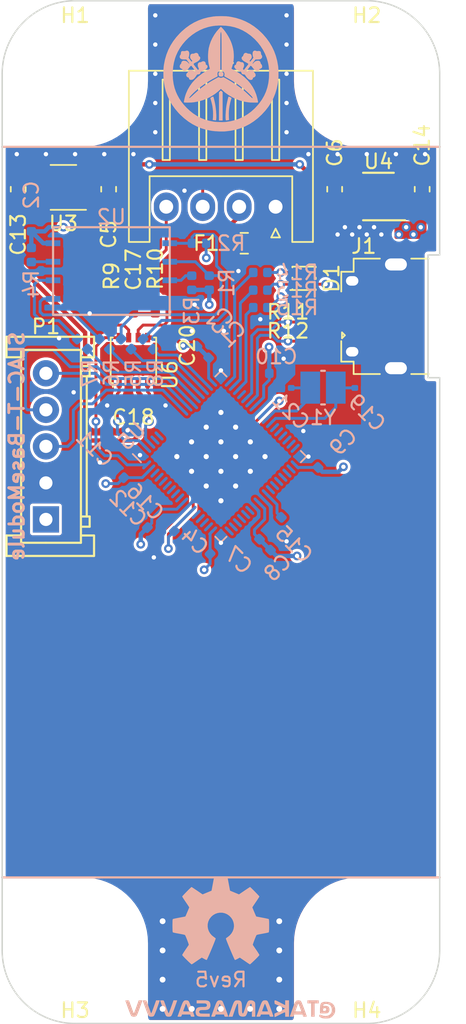
<source format=kicad_pcb>
(kicad_pcb (version 20171130) (host pcbnew "(5.1.4)-1")
  (layers (0 F.Cu signal) (1 POW.Cu power) (2 GND.Cu power) (31 B.Cu signal) (34 B.Paste user) (35 F.Paste user) (36 B.SilkS user) (37 F.SilkS user) (38 B.Mask user) (39 F.Mask user) (44 Edge.Cuts user))
  (net 0 "")
  (net 1 +3V3)
  (net 2 GND)
  (net 3 "Net-(C5-Pad1)")
  (net 4 +5V)
  (net 5 "Net-(C15-Pad2)")
  (net 6 "Net-(C16-Pad2)")
  (net 7 "Net-(C17-Pad1)")
  (net 8 "Net-(C19-Pad1)")
  (net 9 "Net-(C21-Pad1)")
  (net 10 "Net-(D1-Pad1)")
  (net 11 "Net-(D1-Pad2)")
  (net 12 "Net-(D1-Pad3)")
  (net 13 "Net-(J1-Pad2)")
  (net 14 "Net-(J1-Pad3)")
  (net 15 "Net-(P1-Pad3)")
  (net 16 "Net-(P1-Pad4)")
  (net 17 "Net-(P1-Pad5)")
  (net 18 "Net-(R1-Pad2)")
  (net 19 "Net-(R2-Pad2)")
  (net 20 "Net-(R3-Pad2)")
  (net 21 "Net-(R4-Pad2)")
  (net 22 /Flash-MISO)
  (net 23 /Flash-MOSI)
  (net 24 "Net-(R6-Pad1)")
  (net 25 "Net-(R7-Pad1)")
  (net 26 /Flash-SCLK)
  (net 27 /Flash-~CS)
  (net 28 "Net-(R9-Pad1)")
  (net 29 "Net-(R10-Pad2)")
  (net 30 "Net-(R11-Pad2)")
  (net 31 "Net-(R12-Pad2)")
  (net 32 /LED-R)
  (net 33 /LED-G)
  (net 34 /LED-B)
  (net 35 /CAN-TXD)
  (net 36 /CAN-RXD)
  (net 37 /CAN-STB)
  (net 38 VCC)
  (module Symbol:OSHW-Symbol_6.7x6mm_SilkScreen (layer B.Cu) (at 115 158 180)
    (fp_text reference REF** hide)
    (fp_text value OSHW-Symbol_6.7x6mm_SilkScreen hide)
  )
  (module VVV-KiCad-Logo:takamasavvv (layer B.Cu) (at 115.5 164 180)
    (fp_text reference G*** hide)
    (fp_text value LOGO hide)
  )
  (module VVV-KiCad-Logo:kamon (layer B.Cu) (at 115 100 180)
    (fp_text reference G*** hide)
    (fp_text value LOGO hide)
  )
  (module KUTKiCad_footprint:LED_LiteOn_LTST-C19HE1WT (layer F.Cu) (at 120.7 114 90)
    (fp_text reference D1 (at 0 1.9 90) (layer F.SilkS))
    (fp_text value LED_RGBA)
    (pad 3 smd rect (at 0.4 0.7 90) (size 0.55 0.6) (layers F.Cu F.Paste F.Mask) (net 12 "Net-(D1-Pad3)"))
    (pad 4 smd rect (at -0.4 0.7 90) (size 0.55 0.6) (layers F.Cu F.Paste F.Mask) (net 1 +3V3))
    (pad 2 smd rect (at 0.4 -0.7 90) (size 0.55 0.6) (layers F.Cu F.Paste F.Mask) (net 11 "Net-(D1-Pad2)"))
    (pad 1 smd rect (at -0.4 -0.7 90) (size 0.55 0.6) (layers F.Cu F.Paste F.Mask) (net 10 "Net-(D1-Pad1)"))
  )
  (module KUTKiCad_footprint:Hirose_ZX_ZX62D-B-5P8 (layer F.Cu) (at 127 116.6 90)
    (fp_text reference J1 (at 4.8 -2.2 180) (layer F.SilkS))
    (fp_text value USB_B_Micro)
    (pad 6 smd rect (at 1.15 0 90) (size 1.8 1.9) (layers F.Cu F.Paste F.Mask) (net 2 GND))
    (pad 6 smd rect (at -1.15 0 90) (size 1.8 1.9) (layers F.Cu F.Paste F.Mask) (net 2 GND))
    (pad 6 thru_hole rect (at 3.55 0 90) (size 2.1 1.9) (drill oval 0.825 1.5 (offset 0.1 0)) (layers *.Cu *.Mask) (net 2 GND))
    (pad 6 thru_hole rect (at -3.55 0 90) (size 2.1 1.9) (drill oval 0.825 1.5 (offset -0.1 0)) (layers *.Cu *.Mask) (net 2 GND))
    (pad 6 thru_hole oval (at 2.425 -3 90) (size 1.05 1.25) (drill oval 0.65 0.85) (layers *.Cu *.Mask) (net 2 GND))
    (pad 6 thru_hole oval (at -2.425 -3 90) (size 1.05 1.25) (drill oval 0.65 0.85) (layers *.Cu *.Mask) (net 2 GND))
    (pad 5 smd rect (at 1.3 -2.675 90) (size 0.4 1.35) (layers F.Cu F.Paste F.Mask) (net 2 GND))
    (pad 4 smd rect (at 0.65 -2.675 90) (size 0.4 1.35) (layers F.Cu F.Paste F.Mask))
    (pad 3 smd rect (at 0 -2.675 90) (size 0.4 1.35) (layers F.Cu F.Paste F.Mask) (net 14 "Net-(J1-Pad3)"))
    (pad 2 smd rect (at -0.65 -2.675 90) (size 0.4 1.35) (layers F.Cu F.Paste F.Mask) (net 13 "Net-(J1-Pad2)"))
    (pad 1 smd rect (at -1.3 -2.675 90) (size 0.4 1.35) (layers F.Cu F.Paste F.Mask))
  )
  (module Capacitor_SMD:C_0402_1005Metric (layer B.Cu) (at 114.5 119.1 45)
    (fp_text reference C1 (at 1.838478 0 45) (layer B.SilkS) (effects (justify mirror)))
    (fp_text value 0.1uF)
    (pad 1 smd roundrect (at -0.485 0 45) (size 0.59 0.64) (layers B.Cu B.Paste B.Mask) (net 1 +3V3))
    (pad 2 smd roundrect (at 0.485 0 45) (size 0.59 0.64) (layers B.Cu B.Paste B.Mask) (net 2 GND))
  )
  (module Capacitor_SMD:C_0402_1005Metric (layer B.Cu) (at 102 110.3 90)
    (fp_text reference C2 (at 2 0 90) (layer B.SilkS) (effects (justify mirror)))
    (fp_text value 0.1uF)
    (pad 2 smd roundrect (at 0.485 0 90) (size 0.59 0.64) (layers B.Cu B.Paste B.Mask) (net 2 GND))
    (pad 1 smd roundrect (at -0.485 0 90) (size 0.59 0.64) (layers B.Cu B.Paste B.Mask) (net 1 +3V3))
  )
  (module Capacitor_SMD:C_0402_1005Metric (layer B.Cu) (at 113.697053 118.302947 45)
    (fp_text reference C3 (at 1.913356 -0.070711 225) (layer B.SilkS) (effects (justify mirror)))
    (fp_text value 0.1uF)
    (pad 1 smd roundrect (at -0.485 0 45) (size 0.59 0.64) (layers B.Cu B.Paste B.Mask) (net 1 +3V3))
    (pad 2 smd roundrect (at 0.485 0 45) (size 0.59 0.64) (layers B.Cu B.Paste B.Mask) (net 2 GND))
  )
  (module Capacitor_SMD:C_0402_1005Metric (layer B.Cu) (at 114.6 133.2 315)
    (fp_text reference C4 (at -1.838478 0.141421 135) (layer B.SilkS) (effects (justify mirror)))
    (fp_text value 0.1uF)
    (pad 2 smd roundrect (at 0.485 0 315) (size 0.59 0.64) (layers B.Cu B.Paste B.Mask) (net 2 GND))
    (pad 1 smd roundrect (at -0.485 0 315) (size 0.59 0.64) (layers B.Cu B.Paste B.Mask) (net 1 +3V3))
  )
  (module Capacitor_SMD:C_0603_1608Metric (layer F.Cu) (at 107.3 107.9 90)
    (fp_text reference C5 (at -3.1 0 270) (layer F.SilkS))
    (fp_text value 10uF)
    (pad 1 smd roundrect (at -0.7875 0 90) (size 0.875 0.95) (layers F.Cu F.Paste F.Mask) (net 3 "Net-(C5-Pad1)"))
    (pad 2 smd roundrect (at 0.7875 0 90) (size 0.875 0.95) (layers F.Cu F.Paste F.Mask) (net 2 GND))
  )
  (module Capacitor_SMD:C_0603_1608Metric (layer F.Cu) (at 122.8 107.9 90)
    (fp_text reference C6 (at 2.5 0 90) (layer F.SilkS))
    (fp_text value 10uF)
    (pad 2 smd roundrect (at 0.7875 0 90) (size 0.875 0.95) (layers F.Cu F.Paste F.Mask) (net 2 GND))
    (pad 1 smd roundrect (at -0.7875 0 90) (size 0.875 0.95) (layers F.Cu F.Paste F.Mask) (net 3 "Net-(C5-Pad1)"))
  )
  (module Capacitor_SMD:C_0402_1005Metric (layer B.Cu) (at 117.3 132.2 225)
    (fp_text reference C7 (at 1.555635 0 135) (layer B.SilkS) (effects (justify mirror)))
    (fp_text value 0.1uF)
    (pad 1 smd roundrect (at -0.485 0 225) (size 0.59 0.64) (layers B.Cu B.Paste B.Mask) (net 1 +3V3))
    (pad 2 smd roundrect (at 0.485 0 225) (size 0.59 0.64) (layers B.Cu B.Paste B.Mask) (net 2 GND))
  )
  (module Capacitor_SMD:C_0402_1005Metric (layer B.Cu) (at 118.057053 132.942947 225)
    (fp_text reference C8 (at 0.009974 -1.202082 45) (layer B.SilkS) (effects (justify mirror)))
    (fp_text value 0.1uF)
    (pad 1 smd roundrect (at -0.485 0 225) (size 0.59 0.64) (layers B.Cu B.Paste B.Mask) (net 1 +3V3))
    (pad 2 smd roundrect (at 0.485 0 225) (size 0.59 0.64) (layers B.Cu B.Paste B.Mask) (net 2 GND))
  )
  (module Capacitor_SMD:C_0402_1005Metric (layer B.Cu) (at 122 126.6 45)
    (fp_text reference C9 (at 1.979899 0 45) (layer B.SilkS) (effects (justify mirror)))
    (fp_text value 0.1uF)
    (pad 2 smd roundrect (at 0.485 0 45) (size 0.59 0.64) (layers B.Cu B.Paste B.Mask) (net 2 GND))
    (pad 1 smd roundrect (at -0.485 0 45) (size 0.59 0.64) (layers B.Cu B.Paste B.Mask) (net 1 +3V3))
  )
  (module Capacitor_SMD:C_0402_1005Metric (layer B.Cu) (at 118.8 120.5)
    (fp_text reference C10 (at 0 -1.14 180) (layer B.SilkS) (effects (justify mirror)))
    (fp_text value 1uF)
    (pad 1 smd roundrect (at -0.485 0) (size 0.59 0.64) (layers B.Cu B.Paste B.Mask) (net 1 +3V3))
    (pad 2 smd roundrect (at 0.485 0) (size 0.59 0.64) (layers B.Cu B.Paste B.Mask) (net 2 GND))
  )
  (module Capacitor_SMD:C_0402_1005Metric (layer B.Cu) (at 108 127.3 135)
    (fp_text reference C11 (at 2.347595 0 315) (layer B.SilkS) (effects (justify mirror)))
    (fp_text value 0.1uF)
    (pad 2 smd roundrect (at 0.485 0 135) (size 0.59 0.64) (layers B.Cu B.Paste B.Mask) (net 2 GND))
    (pad 1 smd roundrect (at -0.485 0 135) (size 0.59 0.64) (layers B.Cu B.Paste B.Mask) (net 1 +3V3))
  )
  (module Capacitor_SMD:C_0402_1005Metric (layer B.Cu) (at 110.3 131.4 315)
    (fp_text reference C12 (at -2.361737 0 135) (layer B.SilkS) (effects (justify mirror)))
    (fp_text value 1uF)
    (pad 2 smd roundrect (at 0.485 0 315) (size 0.59 0.64) (layers B.Cu B.Paste B.Mask) (net 2 GND))
    (pad 1 smd roundrect (at -0.485 0 315) (size 0.59 0.64) (layers B.Cu B.Paste B.Mask) (net 1 +3V3))
  )
  (module Capacitor_SMD:C_0603_1608Metric (layer F.Cu) (at 101.1 107.9 90)
    (fp_text reference C13 (at -3.1 0 270) (layer F.SilkS))
    (fp_text value 10uF)
    (pad 2 smd roundrect (at 0.7875 0 90) (size 0.875 0.95) (layers F.Cu F.Paste F.Mask) (net 2 GND))
    (pad 1 smd roundrect (at -0.7875 0 90) (size 0.875 0.95) (layers F.Cu F.Paste F.Mask) (net 4 +5V))
  )
  (module Capacitor_SMD:C_0603_1608Metric (layer F.Cu) (at 128.8 107.9 90)
    (fp_text reference C14 (at 3 0 90) (layer F.SilkS))
    (fp_text value 10uF)
    (pad 1 smd roundrect (at -0.7875 0 90) (size 0.875 0.95) (layers F.Cu F.Paste F.Mask) (net 1 +3V3))
    (pad 2 smd roundrect (at 0.7875 0 90) (size 0.875 0.95) (layers F.Cu F.Paste F.Mask) (net 2 GND))
  )
  (module Capacitor_SMD:C_0402_1005Metric (layer B.Cu) (at 118.8 130.7 45)
    (fp_text reference C15 (at -0.212132 1.909188 315) (layer B.SilkS) (effects (justify mirror)))
    (fp_text value 1uF)
    (pad 1 smd roundrect (at -0.485 0 45) (size 0.59 0.64) (layers B.Cu B.Paste B.Mask) (net 2 GND))
    (pad 2 smd roundrect (at 0.485 0 45) (size 0.59 0.64) (layers B.Cu B.Paste B.Mask) (net 5 "Net-(C15-Pad2)"))
  )
  (module Capacitor_SMD:C_0402_1005Metric (layer B.Cu) (at 111.46 130.96 315)
    (fp_text reference C16 (at -2.347595 0 135) (layer B.SilkS) (effects (justify mirror)))
    (fp_text value 1uF)
    (pad 1 smd roundrect (at -0.485 0 315) (size 0.59 0.64) (layers B.Cu B.Paste B.Mask) (net 2 GND))
    (pad 2 smd roundrect (at 0.485 0 315) (size 0.59 0.64) (layers B.Cu B.Paste B.Mask) (net 6 "Net-(C16-Pad2)"))
  )
  (module Capacitor_SMD:C_0402_1005Metric (layer F.Cu) (at 109 115.9 90)
    (fp_text reference C17 (at 2.5 0 90) (layer F.SilkS))
    (fp_text value 4.7nF)
    (pad 2 smd roundrect (at 0.485 0 90) (size 0.59 0.64) (layers F.Cu F.Paste F.Mask) (net 2 GND))
    (pad 1 smd roundrect (at -0.485 0 90) (size 0.59 0.64) (layers F.Cu F.Paste F.Mask) (net 7 "Net-(C17-Pad1)"))
  )
  (module Capacitor_SMD:C_0402_1005Metric (layer F.Cu) (at 109 122.4)
    (fp_text reference C18 (at 0 1.1) (layer F.SilkS))
    (fp_text value 0.1uF)
    (pad 2 smd roundrect (at 0.485 0) (size 0.59 0.64) (layers F.Cu F.Paste F.Mask) (net 4 +5V))
    (pad 1 smd roundrect (at -0.485 0) (size 0.59 0.64) (layers F.Cu F.Paste F.Mask) (net 2 GND))
  )
  (module Capacitor_SMD:C_0201_0603Metric (layer B.Cu) (at 124.5 121.5)
    (fp_text reference C19 (at 0.5 1.7 315) (layer B.SilkS) (effects (justify mirror)))
    (fp_text value 9pF)
    (pad 1 smd roundrect (at -0.32 0) (size 0.46 0.4) (layers B.Cu B.Mask) (net 8 "Net-(C19-Pad1)"))
    (pad 2 smd roundrect (at 0.32 0) (size 0.46 0.4) (layers B.Cu B.Mask) (net 2 GND))
  )
  (module Capacitor_SMD:C_0402_1005Metric (layer F.Cu) (at 111.4 118.6 270)
    (fp_text reference C20 (at 0 -1.3 90) (layer F.SilkS))
    (fp_text value 0.1uF)
    (pad 1 smd roundrect (at -0.485 0 270) (size 0.59 0.64) (layers F.Cu F.Paste F.Mask) (net 1 +3V3))
    (pad 2 smd roundrect (at 0.485 0 270) (size 0.59 0.64) (layers F.Cu F.Paste F.Mask) (net 2 GND))
  )
  (module Capacitor_SMD:C_0201_0603Metric (layer B.Cu) (at 119.5 121.5 180)
    (fp_text reference C21 (at -0.3 -1.6 135) (layer B.SilkS) (effects (justify mirror)))
    (fp_text value 9pF)
    (pad 2 smd roundrect (at 0.32 0 180) (size 0.46 0.4) (layers B.Cu B.Mask) (net 2 GND))
    (pad 1 smd roundrect (at -0.32 0 180) (size 0.46 0.4) (layers B.Cu B.Mask) (net 9 "Net-(C21-Pad1)"))
  )
  (module Fuse:Fuse_0805_2012Metric (layer F.Cu) (at 116.6 111.6 180)
    (fp_text reference F1 (at 2.6 0) (layer F.SilkS))
    (fp_text value Polyfuse)
    (pad 1 smd roundrect (at -0.9375 0 180) (size 0.975 1.4) (layers F.Cu F.Paste F.Mask) (net 3 "Net-(C5-Pad1)"))
    (pad 2 smd roundrect (at 0.9375 0 180) (size 0.975 1.4) (layers F.Cu F.Paste F.Mask) (net 38 VCC))
  )
  (module MountingHole:MountingHole_3.2mm_M3 (layer F.Cu) (at 105 100)
    (fp_text reference H1 (at 0 -4) (layer F.SilkS))
    (fp_text value MountingHole)
    (pad 1 np_thru_hole circle (at 0 0) (size 3.2 3.2) (drill 3.2) (layers *.Cu *.Mask))
  )
  (module MountingHole:MountingHole_3.2mm_M3 (layer F.Cu) (at 125 100)
    (fp_text reference H2 (at 0 -4) (layer F.SilkS))
    (fp_text value MountingHole)
    (pad 1 np_thru_hole circle (at 0 0) (size 3.2 3.2) (drill 3.2) (layers *.Cu *.Mask))
  )
  (module MountingHole:MountingHole_3.2mm_M3 (layer F.Cu) (at 105 160)
    (fp_text reference H3 (at 0 4.1) (layer F.SilkS))
    (fp_text value MountingHole)
    (pad 1 np_thru_hole circle (at 0 0) (size 3.2 3.2) (drill 3.2) (layers *.Cu *.Mask))
  )
  (module MountingHole:MountingHole_3.2mm_M3 (layer F.Cu) (at 125 160)
    (fp_text reference H4 (at 0 4.1) (layer F.SilkS))
    (fp_text value MountingHole)
    (pad 1 np_thru_hole circle (at 0 0) (size 3.2 3.2) (drill 3.2) (layers *.Cu *.Mask))
  )
  (module KUTKiCad_footprint:JST_JQ_05JQ-BT_1x05_P2.5mm_Vertical (layer F.Cu) (at 103 130.5 270)
    (fp_text reference P1 (at -13.2 0 180) (layer F.SilkS))
    (fp_text value KRC_Conn_SWD)
    (pad 1 thru_hole rect (at 0 0 270) (size 1.8 1.8) (drill 0.9) (layers *.Cu *.Mask))
    (pad 2 thru_hole circle (at -2.5 0 270) (size 1.8 1.8) (drill 0.9) (layers *.Cu *.Mask) (net 2 GND))
    (pad 3 thru_hole circle (at -5 0 270) (size 1.8 1.8) (drill 0.9) (layers *.Cu *.Mask) (net 15 "Net-(P1-Pad3)"))
    (pad 4 thru_hole circle (at -7.5 0 270) (size 1.8 1.8) (drill 0.9) (layers *.Cu *.Mask) (net 16 "Net-(P1-Pad4)"))
    (pad 5 thru_hole circle (at -10 0 270) (size 1.8 1.8) (drill 0.9) (layers *.Cu *.Mask) (net 17 "Net-(P1-Pad5)"))
  )
  (module Resistor_SMD:R_0402_1005Metric (layer B.Cu) (at 114.2 114.3 90)
    (fp_text reference R1 (at 0 1.2 90) (layer B.SilkS) (effects (justify mirror)))
    (fp_text value 4.7kΩ)
    (pad 2 smd roundrect (at 0.485 0 90) (size 0.59 0.64) (layers B.Cu B.Paste B.Mask) (net 18 "Net-(R1-Pad2)"))
    (pad 1 smd roundrect (at -0.485 0 90) (size 0.59 0.64) (layers B.Cu B.Paste B.Mask) (net 1 +3V3))
  )
  (module Resistor_SMD:R_0402_1005Metric (layer B.Cu) (at 113.5 111.6 180)
    (fp_text reference R2 (at -2.2 0) (layer B.SilkS) (effects (justify mirror)))
    (fp_text value 4.7kΩ)
    (pad 2 smd roundrect (at 0.485 0 180) (size 0.59 0.64) (layers B.Cu B.Paste B.Mask) (net 19 "Net-(R2-Pad2)"))
    (pad 1 smd roundrect (at -0.485 0 180) (size 0.59 0.64) (layers B.Cu B.Paste B.Mask) (net 1 +3V3))
  )
  (module Resistor_SMD:R_0402_1005Metric (layer B.Cu) (at 113 114.305 90)
    (fp_text reference R3 (at -1.905 0 90) (layer B.SilkS) (effects (justify mirror)))
    (fp_text value 4.7kΩ)
    (pad 1 smd roundrect (at -0.485 0 90) (size 0.59 0.64) (layers B.Cu B.Paste B.Mask) (net 1 +3V3))
    (pad 2 smd roundrect (at 0.485 0 90) (size 0.59 0.64) (layers B.Cu B.Paste B.Mask) (net 20 "Net-(R3-Pad2)"))
  )
  (module Resistor_SMD:R_0402_1005Metric (layer B.Cu) (at 102 112.4 270)
    (fp_text reference R4 (at 2 0 90) (layer B.SilkS) (effects (justify mirror)))
    (fp_text value 4.7kΩ)
    (pad 2 smd roundrect (at 0.485 0 270) (size 0.59 0.64) (layers B.Cu B.Paste B.Mask) (net 21 "Net-(R4-Pad2)"))
    (pad 1 smd roundrect (at -0.485 0 270) (size 0.59 0.64) (layers B.Cu B.Paste B.Mask) (net 1 +3V3))
  )
  (module Resistor_SMD:R_0402_1005Metric (layer B.Cu) (at 108.5 118.5 315)
    (fp_text reference R5 (at 1.767767 1.06066 270) (layer B.SilkS) (effects (justify mirror)))
    (fp_text value 22Ω)
    (pad 1 smd roundrect (at -0.485 0 315) (size 0.59 0.64) (layers B.Cu B.Paste B.Mask) (net 18 "Net-(R1-Pad2)"))
    (pad 2 smd roundrect (at 0.485 0 315) (size 0.59 0.64) (layers B.Cu B.Paste B.Mask) (net 22 /Flash-MISO))
  )
  (module Resistor_SMD:R_0402_1005Metric (layer B.Cu) (at 107.01 118.5 315)
    (fp_text reference R6 (at 1.760696 1.067731 270) (layer B.SilkS) (effects (justify mirror)))
    (fp_text value 22Ω)
    (pad 2 smd roundrect (at 0.485 0 315) (size 0.59 0.64) (layers B.Cu B.Paste B.Mask) (net 23 /Flash-MOSI))
    (pad 1 smd roundrect (at -0.485 0 315) (size 0.59 0.64) (layers B.Cu B.Paste B.Mask) (net 24 "Net-(R6-Pad1)"))
  )
  (module Resistor_SMD:R_0402_1005Metric (layer B.Cu) (at 105.5 118.5 315)
    (fp_text reference R7 (at 1.767767 1.06066 90) (layer B.SilkS) (effects (justify mirror)))
    (fp_text value 22Ω)
    (pad 1 smd roundrect (at -0.485 0 315) (size 0.59 0.64) (layers B.Cu B.Paste B.Mask) (net 25 "Net-(R7-Pad1)"))
    (pad 2 smd roundrect (at 0.485 0 315) (size 0.59 0.64) (layers B.Cu B.Paste B.Mask) (net 26 /Flash-SCLK))
  )
  (module Resistor_SMD:R_0402_1005Metric (layer B.Cu) (at 110 118.5 315)
    (fp_text reference R8 (at 1.767767 1.06066 270) (layer B.SilkS) (effects (justify mirror)))
    (fp_text value 22Ω)
    (pad 1 smd roundrect (at -0.485 0 315) (size 0.59 0.64) (layers B.Cu B.Paste B.Mask) (net 19 "Net-(R2-Pad2)"))
    (pad 2 smd roundrect (at 0.485 0 315) (size 0.59 0.64) (layers B.Cu B.Paste B.Mask) (net 27 /Flash-~CS))
  )
  (module Resistor_SMD:R_0402_1005Metric (layer F.Cu) (at 107.5 115.9 270)
    (fp_text reference R9 (at -2.05 0 90) (layer F.SilkS))
    (fp_text value 56Ω)
    (pad 1 smd roundrect (at -0.485 0 270) (size 0.59 0.64) (layers F.Cu F.Paste F.Mask) (net 28 "Net-(R9-Pad1)"))
    (pad 2 smd roundrect (at 0.485 0 270) (size 0.59 0.64) (layers F.Cu F.Paste F.Mask) (net 7 "Net-(C17-Pad1)"))
  )
  (module Resistor_SMD:R_0402_1005Metric (layer F.Cu) (at 110.5 115.9 90)
    (fp_text reference R10 (at 2.55 0 90) (layer F.SilkS))
    (fp_text value 56Ω)
    (pad 1 smd roundrect (at -0.485 0 90) (size 0.59 0.64) (layers F.Cu F.Paste F.Mask) (net 7 "Net-(C17-Pad1)"))
    (pad 2 smd roundrect (at 0.485 0 90) (size 0.59 0.64) (layers F.Cu F.Paste F.Mask) (net 29 "Net-(R10-Pad2)"))
  )
  (module Resistor_SMD:R_0402_1005Metric (layer F.Cu) (at 122 116.3 180)
    (fp_text reference R11 (at 2.4 0) (layer F.SilkS))
    (fp_text value 22Ω)
    (pad 2 smd roundrect (at 0.485 0 180) (size 0.59 0.64) (layers F.Cu F.Paste F.Mask) (net 30 "Net-(R11-Pad2)"))
    (pad 1 smd roundrect (at -0.485 0 180) (size 0.59 0.64) (layers F.Cu F.Paste F.Mask) (net 14 "Net-(J1-Pad3)"))
  )
  (module Resistor_SMD:R_0402_1005Metric (layer F.Cu) (at 122 117.6 180)
    (fp_text reference R12 (at 2.4 0) (layer F.SilkS))
    (fp_text value 22Ω)
    (pad 1 smd roundrect (at -0.485 0 180) (size 0.59 0.64) (layers F.Cu F.Paste F.Mask) (net 13 "Net-(J1-Pad2)"))
    (pad 2 smd roundrect (at 0.485 0 180) (size 0.59 0.64) (layers F.Cu F.Paste F.Mask) (net 31 "Net-(R12-Pad2)"))
  )
  (module Resistor_SMD:R_0402_1005Metric (layer B.Cu) (at 117.7 114.81 180)
    (fp_text reference R13 (at -2.52 0.01) (layer B.SilkS) (effects (justify mirror)))
    (fp_text value 1.5kΩ)
    (pad 1 smd roundrect (at -0.485 0 180) (size 0.59 0.64) (layers B.Cu B.Paste B.Mask) (net 10 "Net-(D1-Pad1)"))
    (pad 2 smd roundrect (at 0.485 0 180) (size 0.59 0.64) (layers B.Cu B.Paste B.Mask) (net 32 /LED-R))
  )
  (module Resistor_SMD:R_0402_1005Metric (layer B.Cu) (at 117.7 113.6 180)
    (fp_text reference R14 (at -2.52 0) (layer B.SilkS) (effects (justify mirror)))
    (fp_text value 820Ω)
    (pad 2 smd roundrect (at 0.485 0 180) (size 0.59 0.64) (layers B.Cu B.Paste B.Mask) (net 33 /LED-G))
    (pad 1 smd roundrect (at -0.485 0 180) (size 0.59 0.64) (layers B.Cu B.Paste B.Mask) (net 11 "Net-(D1-Pad2)"))
  )
  (module Resistor_SMD:R_0402_1005Metric (layer B.Cu) (at 117.7 116 180)
    (fp_text reference R15 (at -2.53 0) (layer B.SilkS) (effects (justify mirror)))
    (fp_text value 820Ω)
    (pad 2 smd roundrect (at 0.485 0 180) (size 0.59 0.64) (layers B.Cu B.Paste B.Mask) (net 34 /LED-B))
    (pad 1 smd roundrect (at -0.485 0 180) (size 0.59 0.64) (layers B.Cu B.Paste B.Mask) (net 12 "Net-(D1-Pad3)"))
  )
  (module Connector_JST:JST_XH_S4B-XH-A_1x04_P2.50mm_Horizontal (layer F.Cu) (at 118.75 109.1 180)
    (fp_text reference U1 (at 3.75 10.3) (layer F.SilkS))
    (fp_text value KRC_Conn_CAN)
    (pad 1 thru_hole roundrect (at 0 0 180) (size 1.7 1.95) (drill 0.95) (layers *.Cu *.Mask) (roundrect_rratio 0.147059) (net 2 GND))
    (pad 2 thru_hole oval (at 2.5 0 180) (size 1.7 1.95) (drill 0.95) (layers *.Cu *.Mask) (net 38 VCC))
    (pad 3 thru_hole oval (at 5 0 180) (size 1.7 1.95) (drill 0.95) (layers *.Cu *.Mask) (net 28 "Net-(R9-Pad1)"))
    (pad 4 thru_hole oval (at 7.5 0 180) (size 1.7 1.95) (drill 0.95) (layers *.Cu *.Mask) (net 29 "Net-(R10-Pad2)"))
  )
  (module KUTKiCad_footprint:WSON-8_8x6mm_P1.27mm (layer B.Cu) (at 107.49 113.5 180)
    (fp_text reference U2 (at 0 3.7) (layer B.SilkS) (effects (justify mirror)))
    (fp_text value W25N01GVxxIG-IT)
    (pad 4 smd rect (at -4 -1.905 180) (size 1 0.4) (layers B.Cu B.Paste B.Mask) (net 2 GND))
    (pad 6 smd rect (at 4 -0.635 180) (size 1 0.4) (layers B.Cu B.Paste B.Mask) (net 25 "Net-(R7-Pad1)"))
    (pad 7 smd rect (at 4 0.635 180) (size 1 0.4) (layers B.Cu B.Paste B.Mask) (net 21 "Net-(R4-Pad2)"))
    (pad 2 smd rect (at -4 0.635 180) (size 1 0.4) (layers B.Cu B.Paste B.Mask) (net 18 "Net-(R1-Pad2)"))
    (pad 5 smd rect (at 4 -1.905 180) (size 1 0.4) (layers B.Cu B.Paste B.Mask) (net 24 "Net-(R6-Pad1)"))
    (pad 8 smd rect (at 4 1.905 180) (size 1 0.4) (layers B.Cu B.Paste B.Mask) (net 1 +3V3))
    (pad 9 smd rect (at 0 0 180) (size 4.7 4.6) (layers B.Cu B.Paste B.Mask) (net 2 GND))
    (pad 3 smd rect (at -4 -0.635 180) (size 1 0.4) (layers B.Cu B.Paste B.Mask) (net 20 "Net-(R3-Pad2)"))
    (pad 1 smd rect (at -4 1.905 180) (size 1 0.4) (layers B.Cu B.Paste B.Mask) (net 19 "Net-(R2-Pad2)"))
  )
  (module Package_TO_SOT_SMD:TSOT-23-5 (layer F.Cu) (at 104.2 107.8 180)
    (fp_text reference U3 (at 0 -2.45) (layer F.SilkS))
    (fp_text value LT1761-5)
    (pad 1 smd rect (at -1.31 -0.95 180) (size 1.22 0.65) (layers F.Cu F.Paste F.Mask) (net 3 "Net-(C5-Pad1)"))
    (pad 2 smd rect (at -1.31 0 180) (size 1.22 0.65) (layers F.Cu F.Paste F.Mask) (net 2 GND))
    (pad 3 smd rect (at -1.31 0.95 180) (size 1.22 0.65) (layers F.Cu F.Paste F.Mask) (net 3 "Net-(C5-Pad1)"))
    (pad 4 smd rect (at 1.31 0.95 180) (size 1.22 0.65) (layers F.Cu F.Paste F.Mask))
    (pad 5 smd rect (at 1.31 -0.95 180) (size 1.22 0.65) (layers F.Cu F.Paste F.Mask) (net 4 +5V))
  )
  (module Package_DFN_QFN:DFN-8-1EP_3x3mm_P0.5mm_EP1.66x2.38mm (layer F.Cu) (at 125.8 108.4 180)
    (fp_text reference U4 (at 0 2.4) (layer F.SilkS))
    (fp_text value LT1965xDD-3.3)
    (pad 1 smd rect (at -1.4 -0.75 180) (size 0.7 0.25) (layers F.Cu F.Paste F.Mask) (net 1 +3V3))
    (pad 2 smd rect (at -1.4 -0.25 180) (size 0.7 0.25) (layers F.Cu F.Paste F.Mask) (net 1 +3V3))
    (pad 3 smd rect (at -1.4 0.25 180) (size 0.7 0.25) (layers F.Cu F.Paste F.Mask) (net 1 +3V3))
    (pad 4 smd rect (at -1.4 0.75 180) (size 0.7 0.25) (layers F.Cu F.Paste F.Mask) (net 2 GND))
    (pad 5 smd rect (at 1.4 0.75 180) (size 0.7 0.25) (layers F.Cu F.Paste F.Mask) (net 2 GND))
    (pad 6 smd rect (at 1.4 0.25 180) (size 0.7 0.25) (layers F.Cu F.Paste F.Mask) (net 3 "Net-(C5-Pad1)"))
    (pad 7 smd rect (at 1.4 -0.25 180) (size 0.7 0.25) (layers F.Cu F.Paste F.Mask) (net 3 "Net-(C5-Pad1)"))
    (pad 8 smd rect (at 1.4 -0.75 180) (size 0.7 0.25) (layers F.Cu F.Paste F.Mask) (net 3 "Net-(C5-Pad1)"))
    (pad 9 smd rect (at 0 0 180) (size 1.66 2.38) (layers F.Cu F.Mask) (net 2 GND))
  )
  (module KUTKiCad_footprint:Cypress_QFN-68_EP_8x8_Pitch0.4mm (layer B.Cu) (at 115 126.2 315)
    (fp_text reference U5 (at -5.303301 3.323402 225) (layer B.SilkS) (effects (justify mirror)))
    (fp_text value CY8C58xxLTI-LPxxx)
    (pad 1 smd oval (at -4 3.2 225) (size 0.2 0.8) (layers B.Cu B.Paste B.Mask) (net 35 /CAN-TXD))
    (pad 2 smd oval (at -4 2.8 225) (size 0.2 0.8) (layers B.Cu B.Paste B.Mask) (net 36 /CAN-RXD))
    (pad 3 smd oval (at -4 2.4 225) (size 0.2 0.8) (layers B.Cu B.Paste B.Mask))
    (pad 4 smd oval (at -4 2 225) (size 0.2 0.8) (layers B.Cu B.Paste B.Mask))
    (pad 5 smd oval (at -4 1.6 225) (size 0.2 0.8) (layers B.Cu B.Paste B.Mask) (net 2 GND))
    (pad 6 smd oval (at -4 1.2 225) (size 0.2 0.8) (layers B.Cu B.Paste B.Mask) (net 2 GND))
    (pad 7 smd oval (at -4 0.8 225) (size 0.2 0.8) (layers B.Cu B.Paste B.Mask) (net 2 GND))
    (pad 8 smd oval (at -4 0.4 225) (size 0.2 0.8) (layers B.Cu B.Paste B.Mask) (net 2 GND))
    (pad 9 smd oval (at -4 0 225) (size 0.2 0.8) (layers B.Cu B.Paste B.Mask) (net 2 GND))
    (pad 10 smd oval (at -4 -0.4 225) (size 0.2 0.8) (layers B.Cu B.Paste B.Mask) (net 15 "Net-(P1-Pad3)"))
    (pad 11 smd oval (at -4 -0.8 225) (size 0.2 0.8) (layers B.Cu B.Paste B.Mask) (net 17 "Net-(P1-Pad5)"))
    (pad 12 smd oval (at -4 -1.2 225) (size 0.2 0.8) (layers B.Cu B.Paste B.Mask) (net 16 "Net-(P1-Pad4)"))
    (pad 13 smd oval (at -4 -1.6 225) (size 0.2 0.8) (layers B.Cu B.Paste B.Mask) (net 26 /Flash-SCLK))
    (pad 14 smd oval (at -4 -2 225) (size 0.2 0.8) (layers B.Cu B.Paste B.Mask) (net 23 /Flash-MOSI))
    (pad 15 smd oval (at -4 -2.4 225) (size 0.2 0.8) (layers B.Cu B.Paste B.Mask) (net 22 /Flash-MISO))
    (pad 16 smd oval (at -4 -2.8 225) (size 0.2 0.8) (layers B.Cu B.Paste B.Mask) (net 27 /Flash-~CS))
    (pad 17 smd oval (at -4 -3.2 225) (size 0.2 0.8) (layers B.Cu B.Paste B.Mask) (net 1 +3V3))
    (pad 18 smd oval (at -3.2 -4 315) (size 0.2 0.8) (layers B.Cu B.Paste B.Mask) (net 33 /LED-G))
    (pad 19 smd oval (at -2.8 -4 315) (size 0.2 0.8) (layers B.Cu B.Paste B.Mask) (net 32 /LED-R))
    (pad 20 smd oval (at -2.4 -4 315) (size 0.2 0.8) (layers B.Cu B.Paste B.Mask) (net 34 /LED-B))
    (pad 21 smd oval (at -2 -4 315) (size 0.2 0.8) (layers B.Cu B.Paste B.Mask))
    (pad 22 smd oval (at -1.6 -4 315) (size 0.2 0.8) (layers B.Cu B.Paste B.Mask) (net 30 "Net-(R11-Pad2)"))
    (pad 23 smd oval (at -1.2 -4 315) (size 0.2 0.8) (layers B.Cu B.Paste B.Mask) (net 31 "Net-(R12-Pad2)"))
    (pad 24 smd oval (at -0.8 -4 315) (size 0.2 0.8) (layers B.Cu B.Paste B.Mask) (net 1 +3V3))
    (pad 25 smd oval (at -0.4 -4 315) (size 0.2 0.8) (layers B.Cu B.Paste B.Mask) (net 2 GND))
    (pad 26 smd oval (at 0 -4 315) (size 0.2 0.8) (layers B.Cu B.Paste B.Mask) (net 6 "Net-(C16-Pad2)"))
    (pad 27 smd oval (at 0.4 -4 315) (size 0.2 0.8) (layers B.Cu B.Paste B.Mask) (net 9 "Net-(C21-Pad1)"))
    (pad 28 smd oval (at 0.8 -4 315) (size 0.2 0.8) (layers B.Cu B.Paste B.Mask) (net 8 "Net-(C19-Pad1)"))
    (pad 29 smd oval (at 1.2 -4 315) (size 0.2 0.8) (layers B.Cu B.Paste B.Mask))
    (pad 30 smd oval (at 1.6 -4 315) (size 0.2 0.8) (layers B.Cu B.Paste B.Mask))
    (pad 31 smd oval (at 2 -4 315) (size 0.2 0.8) (layers B.Cu B.Paste B.Mask))
    (pad 32 smd oval (at 2.4 -4 315) (size 0.2 0.8) (layers B.Cu B.Paste B.Mask))
    (pad 33 smd oval (at 2.8 -4 315) (size 0.2 0.8) (layers B.Cu B.Paste B.Mask))
    (pad 34 smd oval (at 3.2 -4 315) (size 0.2 0.8) (layers B.Cu B.Paste B.Mask))
    (pad 35 smd oval (at 4 -3.2 225) (size 0.2 0.8) (layers B.Cu B.Paste B.Mask) (net 1 +3V3))
    (pad 36 smd oval (at 4 -2.8 225) (size 0.2 0.8) (layers B.Cu B.Paste B.Mask))
    (pad 37 smd oval (at 4 -2.4 225) (size 0.2 0.8) (layers B.Cu B.Paste B.Mask))
    (pad 38 smd oval (at 4 -2 225) (size 0.2 0.8) (layers B.Cu B.Paste B.Mask))
    (pad 39 smd oval (at 4 -1.6 225) (size 0.2 0.8) (layers B.Cu B.Paste B.Mask))
    (pad 40 smd oval (at 4 -1.2 225) (size 0.2 0.8) (layers B.Cu B.Paste B.Mask))
    (pad 41 smd oval (at 4 -0.8 225) (size 0.2 0.8) (layers B.Cu B.Paste B.Mask))
    (pad 42 smd oval (at 4 -0.4 225) (size 0.2 0.8) (layers B.Cu B.Paste B.Mask) (net 5 "Net-(C15-Pad2)"))
    (pad 43 smd oval (at 4 0 225) (size 0.2 0.8) (layers B.Cu B.Paste B.Mask) (net 2 GND))
    (pad 44 smd oval (at 4 0.4 225) (size 0.2 0.8) (layers B.Cu B.Paste B.Mask) (net 1 +3V3))
    (pad 45 smd oval (at 4 0.8 225) (size 0.2 0.8) (layers B.Cu B.Paste B.Mask) (net 2 GND))
    (pad 46 smd oval (at 4 1.2 225) (size 0.2 0.8) (layers B.Cu B.Paste B.Mask))
    (pad 47 smd oval (at 4 1.6 225) (size 0.2 0.8) (layers B.Cu B.Paste B.Mask))
    (pad 48 smd oval (at 4 2 225) (size 0.2 0.8) (layers B.Cu B.Paste B.Mask))
    (pad 49 smd oval (at 4 2.4 225) (size 0.2 0.8) (layers B.Cu B.Paste B.Mask))
    (pad 50 smd oval (at 4 2.8 225) (size 0.2 0.8) (layers B.Cu B.Paste B.Mask))
    (pad 51 smd oval (at 4 3.2 225) (size 0.2 0.8) (layers B.Cu B.Paste B.Mask))
    (pad 52 smd oval (at 3.2 4 315) (size 0.2 0.8) (layers B.Cu B.Paste B.Mask) (net 1 +3V3))
    (pad 53 smd oval (at 2.8 4 315) (size 0.2 0.8) (layers B.Cu B.Paste B.Mask))
    (pad 54 smd oval (at 2.4 4 315) (size 0.2 0.8) (layers B.Cu B.Paste B.Mask))
    (pad 55 smd oval (at 2 4 315) (size 0.2 0.8) (layers B.Cu B.Paste B.Mask))
    (pad 56 smd oval (at 1.6 4 315) (size 0.2 0.8) (layers B.Cu B.Paste B.Mask))
    (pad 57 smd oval (at 1.2 4 315) (size 0.2 0.8) (layers B.Cu B.Paste B.Mask) (net 6 "Net-(C16-Pad2)"))
    (pad 58 smd oval (at 0.8 4 315) (size 0.2 0.8) (layers B.Cu B.Paste B.Mask) (net 2 GND))
    (pad 59 smd oval (at 0.4 4 315) (size 0.2 0.8) (layers B.Cu B.Paste B.Mask) (net 1 +3V3))
    (pad 60 smd oval (at 0 4 315) (size 0.2 0.8) (layers B.Cu B.Paste B.Mask))
    (pad 61 smd oval (at -0.4 4 315) (size 0.2 0.8) (layers B.Cu B.Paste B.Mask))
    (pad 62 smd oval (at -0.8 4 315) (size 0.2 0.8) (layers B.Cu B.Paste B.Mask))
    (pad 63 smd oval (at -1.2 4 315) (size 0.2 0.8) (layers B.Cu B.Paste B.Mask))
    (pad 64 smd oval (at -1.6 4 315) (size 0.2 0.8) (layers B.Cu B.Paste B.Mask))
    (pad 65 smd oval (at -2 4 315) (size 0.2 0.8) (layers B.Cu B.Paste B.Mask))
    (pad 66 smd oval (at -2.4 4 315) (size 0.2 0.8) (layers B.Cu B.Paste B.Mask))
    (pad 67 smd oval (at -2.8 4 315) (size 0.2 0.8) (layers B.Cu B.Paste B.Mask) (net 1 +3V3))
    (pad 68 smd oval (at -3.2 4 315) (size 0.2 0.8) (layers B.Cu B.Paste B.Mask) (net 37 /CAN-STB))
    (pad 69 smd rect (at -2.1375 2.1375 315) (size 1.425 1.425) (layers B.Cu B.Paste B.Mask) (net 2 GND))
    (pad 69 smd rect (at -2.1375 0.7125 315) (size 1.425 1.425) (layers B.Cu B.Paste B.Mask) (net 2 GND))
    (pad 69 smd rect (at -2.1375 -0.7125 315) (size 1.425 1.425) (layers B.Cu B.Paste B.Mask) (net 2 GND))
    (pad 69 smd rect (at -2.1375 -2.1375 315) (size 1.425 1.425) (layers B.Cu B.Paste B.Mask) (net 2 GND))
    (pad 69 smd rect (at -0.7125 2.1375 315) (size 1.425 1.425) (layers B.Cu B.Paste B.Mask) (net 2 GND))
    (pad 69 smd rect (at -0.7125 0.7125 315) (size 1.425 1.425) (layers B.Cu B.Paste B.Mask) (net 2 GND))
    (pad 69 smd rect (at -0.7125 -0.7125 315) (size 1.425 1.425) (layers B.Cu B.Paste B.Mask) (net 2 GND))
    (pad 69 smd rect (at -0.7125 -2.1375 315) (size 1.425 1.425) (layers B.Cu B.Paste B.Mask) (net 2 GND))
    (pad 69 smd rect (at 0.7125 2.1375 315) (size 1.425 1.425) (layers B.Cu B.Paste B.Mask) (net 2 GND))
    (pad 69 smd rect (at 0.7125 0.7125 315) (size 1.425 1.425) (layers B.Cu B.Paste B.Mask) (net 2 GND))
    (pad 69 smd rect (at 0.7125 -0.7125 315) (size 1.425 1.425) (layers B.Cu B.Paste B.Mask) (net 2 GND))
    (pad 69 smd rect (at 0.7125 -2.1375 315) (size 1.425 1.425) (layers B.Cu B.Paste B.Mask) (net 2 GND))
    (pad 69 smd rect (at 2.1375 2.1375 315) (size 1.425 1.425) (layers B.Cu B.Paste B.Mask) (net 2 GND))
    (pad 69 smd rect (at 2.1375 0.7125 315) (size 1.425 1.425) (layers B.Cu B.Paste B.Mask) (net 2 GND))
    (pad 69 smd rect (at 2.1375 -0.7125 315) (size 1.425 1.425) (layers B.Cu B.Paste B.Mask) (net 2 GND))
    (pad 69 smd rect (at 2.1375 -2.1375 315) (size 1.425 1.425) (layers B.Cu B.Paste B.Mask) (net 2 GND))
    (pad 69 thru_hole circle (at -2.1375 2.1375 315) (size 0.7125 0.7125) (drill 0.35625) (layers *.Cu *.Mask) (net 2 GND))
    (pad 69 thru_hole circle (at -2.1375 0.7125 315) (size 0.7125 0.7125) (drill 0.35625) (layers *.Cu *.Mask) (net 2 GND))
    (pad 69 thru_hole circle (at -2.1375 -0.7125 315) (size 0.7125 0.7125) (drill 0.35625) (layers *.Cu *.Mask) (net 2 GND))
    (pad 69 thru_hole circle (at -2.1375 -2.1375 315) (size 0.7125 0.7125) (drill 0.35625) (layers *.Cu *.Mask) (net 2 GND))
    (pad 69 thru_hole circle (at -0.7125 2.1375 315) (size 0.7125 0.7125) (drill 0.35625) (layers *.Cu *.Mask) (net 2 GND))
    (pad 69 thru_hole circle (at -0.7125 0.7125 315) (size 0.7125 0.7125) (drill 0.35625) (layers *.Cu *.Mask) (net 2 GND))
    (pad 69 thru_hole circle (at -0.7125 -0.7125 315) (size 0.7125 0.7125) (drill 0.35625) (layers *.Cu *.Mask) (net 2 GND))
    (pad 69 thru_hole circle (at -0.7125 -2.1375 315) (size 0.7125 0.7125) (drill 0.35625) (layers *.Cu *.Mask) (net 2 GND))
    (pad 69 thru_hole circle (at 0.7125 2.1375 315) (size 0.7125 0.7125) (drill 0.35625) (layers *.Cu *.Mask) (net 2 GND))
    (pad 69 thru_hole circle (at 0.7125 0.7125 315) (size 0.7125 0.7125) (drill 0.35625) (layers *.Cu *.Mask) (net 2 GND))
    (pad 69 thru_hole circle (at 0.7125 -0.7125 315) (size 0.7125 0.7125) (drill 0.35625) (layers *.Cu *.Mask) (net 2 GND))
    (pad 69 thru_hole circle (at 0.7125 -2.1375 315) (size 0.7125 0.7125) (drill 0.35625) (layers *.Cu *.Mask) (net 2 GND))
    (pad 69 thru_hole circle (at 2.1375 2.1375 315) (size 0.7125 0.7125) (drill 0.35625) (layers *.Cu *.Mask) (net 2 GND))
    (pad 69 thru_hole circle (at 2.1375 0.7125 315) (size 0.7125 0.7125) (drill 0.35625) (layers *.Cu *.Mask) (net 2 GND))
    (pad 69 thru_hole circle (at 2.1375 -0.7125 315) (size 0.7125 0.7125) (drill 0.35625) (layers *.Cu *.Mask) (net 2 GND))
    (pad 69 thru_hole circle (at 2.1375 -2.1375 315) (size 0.7125 0.7125) (drill 0.35625) (layers *.Cu *.Mask) (net 2 GND))
  )
  (module Package_DFN_QFN:DFN-8-1EP_3x3mm_P0.65mm_EP1.55x2.4mm (layer F.Cu) (at 109 119.61 90)
    (fp_text reference U6 (at -1 2.5 90) (layer F.SilkS))
    (fp_text value NCV7342)
    (pad 1 smd rect (at -1.55 -0.975 90) (size 0.65 0.35) (layers F.Cu F.Paste F.Mask) (net 35 /CAN-TXD))
    (pad 2 smd rect (at -1.55 -0.325 90) (size 0.65 0.35) (layers F.Cu F.Paste F.Mask) (net 2 GND))
    (pad 3 smd rect (at -1.55 0.325 90) (size 0.65 0.35) (layers F.Cu F.Paste F.Mask) (net 4 +5V))
    (pad 4 smd rect (at -1.55 0.975 90) (size 0.65 0.35) (layers F.Cu F.Paste F.Mask) (net 36 /CAN-RXD))
    (pad 5 smd rect (at 1.55 0.975 90) (size 0.65 0.35) (layers F.Cu F.Paste F.Mask) (net 1 +3V3))
    (pad 6 smd rect (at 1.55 0.325 90) (size 0.65 0.35) (layers F.Cu F.Paste F.Mask) (net 29 "Net-(R10-Pad2)"))
    (pad 7 smd rect (at 1.55 -0.325 90) (size 0.65 0.35) (layers F.Cu F.Paste F.Mask) (net 28 "Net-(R9-Pad1)"))
    (pad 8 smd rect (at 1.55 -0.975 90) (size 0.65 0.35) (layers F.Cu F.Paste F.Mask) (net 37 /CAN-STB))
    (pad 9 smd rect (at 0 0 90) (size 1.55 2.4) (layers F.Cu F.Mask) (net 2 GND))
  )
  (module KUTKiCad_footprint:Crystal_Murata_XRCHA (layer B.Cu) (at 122 121.48 180)
    (fp_text reference Y1 (at 0 -2.05) (layer B.SilkS) (effects (justify mirror)))
    (fp_text value Crystal_MHz)
    (pad 2 smd rect (at 0.875 0 180) (size 1.35 2.2) (layers B.Cu B.Paste B.Mask) (net 9 "Net-(C21-Pad1)"))
    (pad 1 smd rect (at -0.875 0 180) (size 1.35 2.2) (layers B.Cu B.Paste B.Mask) (net 8 "Net-(C19-Pad1)"))
  )
  (gr_text SLAC-T-BaseModule (at 101 125.5 90) (layer B.SilkS) (effects (font (size 1 1) (thickness 0.2)) (justify mirror)))
  (gr_line (start 100 155) (end 130 155) (layer B.SilkS) (width 0.15))
  (gr_line (start 100 105) (end 130 105) (layer B.SilkS) (width 0.15))
  (gr_line (start 105 165) (end 125 165) (layer Edge.Cuts) (width 0.1))
  (gr_arc (start 125 160) (end 125 165) (angle -90) (layer Edge.Cuts) (width 0.1))
  (gr_arc (start 105 160) (end 100 160) (angle -90) (layer Edge.Cuts) (width 0.1))
  (gr_arc (start 105 100) (end 105 95) (angle -90) (layer Edge.Cuts) (width 0.1))
  (gr_arc (start 125 100) (end 130 100) (angle -90) (layer Edge.Cuts) (width 0.1))
  (gr_line (start 125 95) (end 105 95) (layer Edge.Cuts) (width 0.1))
  (gr_line (start 130 112.4) (end 130 100) (layer Edge.Cuts) (width 0.1))
  (gr_line (start 129.2 112.4) (end 130 112.4) (layer Edge.Cuts) (width 0.1))
  (gr_line (start 129.2 120.8) (end 129.2 112.4) (layer Edge.Cuts) (width 0.1))
  (gr_line (start 130 120.8) (end 129.2 120.8) (layer Edge.Cuts) (width 0.1))
  (gr_line (start 130 120.8) (end 130 160) (layer Edge.Cuts) (width 0.1))
  (gr_line (start 100 100) (end 100 160) (layer Edge.Cuts) (width 0.1))
  (gr_text Rev5 (at 115 162) (layer B.SilkS) (effects (font (size 1 1)) (justify mirror)))
  (segment (start 102 110.785) (end 102 111.915) (width 0.3) (layer B.Cu) (net 1))
  (segment (start 102.81 111.595) (end 102 110.785) (width 0.3) (layer B.Cu) (net 1))
  (segment (start 103.49 111.595) (end 102.81 111.595) (width 0.3) (layer B.Cu) (net 1))
  (segment (start 109.597255 127.642947) (end 108.942947 127.642947) (width 0.2) (layer B.Cu) (net 1))
  (segment (start 110.191674 127.048528) (end 109.597255 127.642947) (width 0.2) (layer B.Cu) (net 1))
  (segment (start 111.965686 129.8) (end 112.454416 129.31127) (width 0.2) (layer B.Cu) (net 1))
  (segment (start 110.904106 129.8) (end 111.965686 129.8) (width 0.2) (layer B.Cu) (net 1))
  (segment (start 120.268431 126.942947) (end 120.091169 126.765685) (width 0.2) (layer B.Cu) (net 1))
  (segment (start 121.657053 126.942947) (end 120.268431 126.942947) (width 0.2) (layer B.Cu) (net 1))
  (segment (start 118.315 120.955) (end 118.315 120.5) (width 0.2) (layer B.Cu) (net 1))
  (segment (start 117.93 121.34) (end 118.315 120.955) (width 0.2) (layer B.Cu) (net 1))
  (segment (start 117.93 122.152754) (end 117.93 121.34) (width 0.2) (layer B.Cu) (net 1))
  (segment (start 117.262742 122.805887) (end 117.276867 122.805887) (width 0.2) (layer B.Cu) (net 1))
  (segment (start 117.276867 122.805887) (end 117.93 122.152754) (width 0.2) (layer B.Cu) (net 1))
  (segment (start 114.157053 120.831569) (end 114.434315 121.108831) (width 0.2) (layer B.Cu) (net 1))
  (segment (start 114.157053 119.442947) (end 114.157053 120.831569) (width 0.2) (layer B.Cu) (net 1))
  (segment (start 121.657053 126.942947) (end 121.657053 126.957053) (width 0.3) (layer B.Cu) (net 1))
  (via (at 120.22 133) (size 0.6) (drill 0.3) (layers F.Cu B.Cu) (net 1))
  (segment (start 120.212947 133.007053) (end 120.22 133) (width 0.3) (layer B.Cu) (net 1))
  (segment (start 113.354106 118.645894) (end 113.345894 118.645894) (width 0.3) (layer B.Cu) (net 1))
  (via (at 104.2 110.5) (size 0.6) (drill 0.3) (layers F.Cu B.Cu) (net 1))
  (segment (start 102.915 110.785) (end 102 110.785) (width 0.3) (layer B.Cu) (net 1))
  (segment (start 104.2 110.5) (end 103.2 110.5) (width 0.3) (layer B.Cu) (net 1))
  (segment (start 103.2 110.5) (end 102.915 110.785) (width 0.3) (layer B.Cu) (net 1))
  (segment (start 114.195 114.79) (end 114.2 114.785) (width 0.3) (layer B.Cu) (net 1))
  (segment (start 113 114.79) (end 114.195 114.79) (width 0.3) (layer B.Cu) (net 1))
  (via (at 114.2 115.79999) (size 0.6) (drill 0.3) (layers F.Cu B.Cu) (net 1))
  (segment (start 114.2 114.785) (end 114.2 115.79999) (width 0.3) (layer B.Cu) (net 1))
  (segment (start 128.7625 108.65) (end 128.8 108.6875) (width 0.3) (layer F.Cu) (net 1))
  (segment (start 127.2 108.65) (end 128.7625 108.65) (width 0.3) (layer F.Cu) (net 1))
  (segment (start 128.2625 108.15) (end 128.8 108.6875) (width 0.3) (layer F.Cu) (net 1))
  (segment (start 127.2 108.15) (end 128.2625 108.15) (width 0.3) (layer F.Cu) (net 1))
  (segment (start 128.3375 109.15) (end 128.8 108.6875) (width 0.3) (layer F.Cu) (net 1))
  (segment (start 127.2 109.15) (end 128.3375 109.15) (width 0.3) (layer F.Cu) (net 1))
  (segment (start 111.345 118.06) (end 111.4 118.115) (width 0.3) (layer F.Cu) (net 1))
  (segment (start 109.975 118.06) (end 111.345 118.06) (width 0.3) (layer F.Cu) (net 1))
  (segment (start 110.254037 130.760069) (end 109.957053 131.057053) (width 0.2) (layer B.Cu) (net 1))
  (segment (start 110.254037 130.450069) (end 110.254037 130.760069) (width 0.2) (layer B.Cu) (net 1))
  (segment (start 110.904106 129.8) (end 110.254037 130.450069) (width 0.2) (layer B.Cu) (net 1))
  (segment (start 109.5 131.514106) (end 109.957053 131.057053) (width 0.3) (layer B.Cu) (net 1))
  (via (at 109.5 132.2) (size 0.6) (drill 0.3) (layers F.Cu B.Cu) (net 1))
  (segment (start 109.5 131.514106) (end 109.5 132.2) (width 0.3) (layer B.Cu) (net 1))
  (segment (start 121.954037 127.239931) (end 123.060069 127.239931) (width 0.3) (layer B.Cu) (net 1))
  (segment (start 121.657053 126.942947) (end 121.954037 127.239931) (width 0.3) (layer B.Cu) (net 1))
  (segment (start 118.8 133) (end 118.4 132.6) (width 0.3) (layer B.Cu) (net 1))
  (segment (start 120.22 133) (end 118.8 133) (width 0.3) (layer B.Cu) (net 1))
  (segment (start 118.385894 132.6) (end 117.642947 131.857053) (width 0.3) (layer B.Cu) (net 1))
  (segment (start 118.4 132.6) (end 118.385894 132.6) (width 0.3) (layer B.Cu) (net 1))
  (segment (start 117.3 131.514106) (end 117.642947 131.857053) (width 0.2) (layer B.Cu) (net 1))
  (segment (start 117.3 131.2) (end 117.3 131.514106) (width 0.2) (layer B.Cu) (net 1))
  (segment (start 118 130.5) (end 117.3 131.2) (width 0.2) (layer B.Cu) (net 1))
  (segment (start 117.545584 129.31127) (end 118 129.765686) (width 0.2) (layer B.Cu) (net 1))
  (segment (start 118 129.765686) (end 118 130.5) (width 0.2) (layer B.Cu) (net 1))
  (segment (start 114.257053 132.857053) (end 114.142947 132.857053) (width 0.2) (layer B.Cu) (net 1))
  (segment (start 118.315 120.5) (end 118.315 120.015) (width 0.3) (layer B.Cu) (net 1))
  (segment (start 123.060069 127.239931) (end 123.4 126.9) (width 0.3) (layer B.Cu) (net 1))
  (via (at 123.4 126.9) (size 0.6) (drill 0.3) (layers F.Cu B.Cu) (net 1))
  (via (at 118.3 118.7) (size 0.6) (drill 0.3) (layers F.Cu B.Cu) (net 1))
  (segment (start 118.315 120.015) (end 118.315 118.715) (width 0.3) (layer B.Cu) (net 1))
  (segment (start 118.315 118.715) (end 118.3 118.7) (width 0.3) (layer B.Cu) (net 1))
  (via (at 114 112.6) (size 0.6) (drill 0.3) (layers F.Cu B.Cu) (net 1))
  (segment (start 113.985 111.6) (end 113.985 112.585) (width 0.2) (layer B.Cu) (net 1))
  (segment (start 113.985 112.585) (end 114 112.6) (width 0.2) (layer B.Cu) (net 1))
  (via (at 127.2 111) (size 0.6) (drill 0.3) (layers F.Cu B.Cu) (net 1))
  (via (at 127.7 110.5) (size 0.6) (drill 0.3) (layers F.Cu B.Cu) (net 1))
  (via (at 128.2 111) (size 0.6) (drill 0.3) (layers F.Cu B.Cu) (net 1))
  (via (at 128.7 110.5) (size 0.6) (drill 0.3) (layers F.Cu B.Cu) (net 1))
  (segment (start 111.4 118.115) (end 111.815 118.115) (width 0.3) (layer F.Cu) (net 1))
  (segment (start 111.815 118.115) (end 111.915 118.115) (width 0.3) (layer F.Cu) (net 1))
  (via (at 112.4 118.6) (size 0.6) (drill 0.3) (layers F.Cu B.Cu) (net 1))
  (segment (start 111.915 118.115) (end 112.4 118.6) (width 0.3) (layer F.Cu) (net 1))
  (segment (start 113.308212 118.6) (end 113.354106 118.645894) (width 0.3) (layer B.Cu) (net 1))
  (segment (start 112.4 118.6) (end 113.308212 118.6) (width 0.3) (layer B.Cu) (net 1))
  (segment (start 113.36 118.645894) (end 114.157053 119.442947) (width 0.3) (layer B.Cu) (net 1))
  (segment (start 113.354106 118.645894) (end 113.36 118.645894) (width 0.3) (layer B.Cu) (net 1))
  (segment (start 108.942947 127.642947) (end 108.342947 127.642947) (width 0.2) (layer B.Cu) (net 1))
  (segment (start 108.342947 127.642947) (end 107.935894 128.05) (width 0.2) (layer B.Cu) (net 1))
  (via (at 107.1 128.05) (size 0.6) (drill 0.3) (layers F.Cu B.Cu) (net 1))
  (segment (start 107.935894 128.05) (end 107.1 128.05) (width 0.2) (layer B.Cu) (net 1))
  (segment (start 114.257053 131.468431) (end 114.434315 131.291169) (width 0.2) (layer B.Cu) (net 1))
  (segment (start 114.257053 132.857053) (end 114.257053 131.468431) (width 0.2) (layer B.Cu) (net 1))
  (via (at 113.85 133.95) (size 0.6) (drill 0.3) (layers F.Cu B.Cu) (net 1))
  (segment (start 114.257053 132.857053) (end 114.257053 133.542947) (width 0.2) (layer B.Cu) (net 1))
  (segment (start 114.257053 133.542947) (end 113.85 133.95) (width 0.2) (layer B.Cu) (net 1))
  (via (at 122.175 114.4) (size 0.6) (drill 0.3) (layers F.Cu B.Cu) (net 1))
  (segment (start 121.4 114.4) (end 122.175 114.4) (width 0.2) (layer F.Cu) (net 1))
  (via (at 115 120.3) (size 0.6) (drill 0.3) (layers F.Cu B.Cu) (net 2))
  (via (at 121 126.2) (size 0.6) (drill 0.3) (layers F.Cu B.Cu) (net 2))
  (via (at 115.2 117.6) (size 0.6) (drill 0.3) (layers F.Cu B.Cu) (net 2))
  (via (at 111 164) (size 0.8) (drill 0.4) (layers F.Cu B.Cu) (net 2))
  (via (at 113 164) (size 0.8) (drill 0.4) (layers F.Cu B.Cu) (net 2))
  (via (at 115 164) (size 0.8) (drill 0.4) (layers F.Cu B.Cu) (net 2))
  (via (at 117 164) (size 0.8) (drill 0.4) (layers F.Cu B.Cu) (net 2))
  (via (at 119 164) (size 0.8) (drill 0.4) (layers F.Cu B.Cu) (net 2))
  (via (at 111 162) (size 0.8) (drill 0.4) (layers F.Cu B.Cu) (net 2))
  (via (at 111 160) (size 0.8) (drill 0.4) (layers F.Cu B.Cu) (net 2))
  (via (at 111 158) (size 0.8) (drill 0.4) (layers F.Cu B.Cu) (net 2))
  (via (at 119 162) (size 0.8) (drill 0.4) (layers F.Cu B.Cu) (net 2))
  (via (at 119 160) (size 0.8) (drill 0.4) (layers F.Cu B.Cu) (net 2))
  (via (at 119 158) (size 0.8) (drill 0.4) (layers F.Cu B.Cu) (net 2))
  (via (at 120.65 124.45) (size 0.6) (drill 0.3) (layers F.Cu B.Cu) (net 2))
  (via (at 103.9 118.1) (size 0.6) (drill 0.3) (layers F.Cu B.Cu) (net 2))
  (via (at 116.2 113.5) (size 0.6) (drill 0.3) (layers F.Cu B.Cu) (net 2))
  (via (at 115 132.1) (size 0.6) (drill 0.3) (layers F.Cu B.Cu) (net 2))
  (via (at 119.5 132) (size 0.6) (drill 0.3) (layers F.Cu B.Cu) (net 2))
  (via (at 110.4 133.1) (size 0.6) (drill 0.3) (layers F.Cu B.Cu) (net 2))
  (via (at 123 111) (size 0.6) (drill 0.3) (layers F.Cu B.Cu) (net 2))
  (via (at 123.5 110.5) (size 0.6) (drill 0.3) (layers F.Cu B.Cu) (net 2))
  (via (at 124 111) (size 0.6) (drill 0.3) (layers F.Cu B.Cu) (net 2))
  (via (at 124.5 110.5) (size 0.6) (drill 0.3) (layers F.Cu B.Cu) (net 2))
  (via (at 125 111) (size 0.6) (drill 0.3) (layers F.Cu B.Cu) (net 2))
  (via (at 125.5 110.5) (size 0.6) (drill 0.3) (layers F.Cu B.Cu) (net 2))
  (via (at 126 111) (size 0.6) (drill 0.3) (layers F.Cu B.Cu) (net 2))
  (via (at 109.45 126.1) (size 0.6) (drill 0.3) (layers F.Cu B.Cu) (net 2))
  (via (at 101 105.5) (size 0.6) (drill 0.3) (layers F.Cu B.Cu) (net 2))
  (via (at 103 105.5) (size 0.6) (drill 0.3) (layers F.Cu B.Cu) (net 2))
  (via (at 105 105.5) (size 0.6) (drill 0.3) (layers F.Cu B.Cu) (net 2))
  (via (at 107 105.5) (size 0.6) (drill 0.3) (layers F.Cu B.Cu) (net 2))
  (via (at 109 105.5) (size 0.6) (drill 0.3) (layers F.Cu B.Cu) (net 2))
  (via (at 129 105.5) (size 0.6) (drill 0.3) (layers F.Cu B.Cu) (net 2))
  (via (at 127 105.5) (size 0.6) (drill 0.3) (layers F.Cu B.Cu) (net 2))
  (via (at 125 105.5) (size 0.6) (drill 0.3) (layers F.Cu B.Cu) (net 2))
  (via (at 123 105.5) (size 0.6) (drill 0.3) (layers F.Cu B.Cu) (net 2))
  (via (at 121 105.5) (size 0.6) (drill 0.3) (layers F.Cu B.Cu) (net 2))
  (via (at 110.5 104) (size 0.6) (drill 0.3) (layers F.Cu B.Cu) (net 2))
  (via (at 110.5 102) (size 0.6) (drill 0.3) (layers F.Cu B.Cu) (net 2))
  (via (at 110.5 100) (size 0.6) (drill 0.3) (layers F.Cu B.Cu) (net 2))
  (via (at 110.5 98) (size 0.6) (drill 0.3) (layers F.Cu B.Cu) (net 2))
  (via (at 110.5 96) (size 0.6) (drill 0.3) (layers F.Cu B.Cu) (net 2))
  (via (at 119.5 104) (size 0.6) (drill 0.3) (layers F.Cu B.Cu) (net 2))
  (via (at 119.5 102) (size 0.6) (drill 0.3) (layers F.Cu B.Cu) (net 2))
  (via (at 119.5 100) (size 0.6) (drill 0.3) (layers F.Cu B.Cu) (net 2))
  (via (at 119.5 98) (size 0.6) (drill 0.3) (layers F.Cu B.Cu) (net 2))
  (via (at 119.5 96) (size 0.6) (drill 0.3) (layers F.Cu B.Cu) (net 2))
  (via (at 112.5 108) (size 0.6) (drill 0.3) (layers F.Cu B.Cu) (net 2))
  (via (at 107.2 122.7) (size 0.6) (drill 0.3) (layers F.Cu B.Cu) (net 2))
  (via (at 111.2 122.7) (size 0.6) (drill 0.3) (layers F.Cu B.Cu) (net 2))
  (via (at 108.6 124.4) (size 0.6) (drill 0.3) (layers F.Cu B.Cu) (net 2))
  (via (at 106.7 126.6) (size 0.6) (drill 0.3) (layers F.Cu B.Cu) (net 2))
  (via (at 119.3 119.5) (size 0.6) (drill 0.3) (layers F.Cu B.Cu) (net 2))
  (via (at 117.7 116.8) (size 0.6) (drill 0.3) (layers F.Cu B.Cu) (net 2))
  (via (at 113 117.6) (size 0.6) (drill 0.3) (layers F.Cu B.Cu) (net 2))
  (via (at 113.2 115.8) (size 0.6) (drill 0.3) (layers F.Cu B.Cu) (net 2))
  (via (at 104.9 121.8) (size 0.6) (drill 0.3) (layers F.Cu B.Cu) (net 2))
  (via (at 106 116.4) (size 0.6) (drill 0.3) (layers F.Cu B.Cu) (net 2))
  (segment (start 123.2625 109.15) (end 122.8 108.6875) (width 0.3) (layer F.Cu) (net 3))
  (segment (start 124.4 109.15) (end 123.2625 109.15) (width 0.3) (layer F.Cu) (net 3))
  (segment (start 122.8375 108.65) (end 122.8 108.6875) (width 0.3) (layer F.Cu) (net 3))
  (segment (start 124.4 108.65) (end 122.8375 108.65) (width 0.3) (layer F.Cu) (net 3))
  (segment (start 123.3375 108.15) (end 122.8 108.6875) (width 0.3) (layer F.Cu) (net 3))
  (segment (start 124.4 108.15) (end 123.3375 108.15) (width 0.3) (layer F.Cu) (net 3))
  (segment (start 104.6 108.75) (end 105.51 108.75) (width 0.3) (layer F.Cu) (net 3))
  (segment (start 104.559999 108.709999) (end 104.6 108.75) (width 0.3) (layer F.Cu) (net 3))
  (segment (start 104.559999 106.890001) (end 104.559999 108.709999) (width 0.3) (layer F.Cu) (net 3))
  (segment (start 104.6 106.85) (end 104.559999 106.890001) (width 0.3) (layer F.Cu) (net 3))
  (segment (start 105.51 106.85) (end 104.6 106.85) (width 0.3) (layer F.Cu) (net 3))
  (segment (start 107.2375 108.75) (end 107.3 108.6875) (width 0.3) (layer F.Cu) (net 3))
  (segment (start 105.51 108.75) (end 107.2375 108.75) (width 0.3) (layer F.Cu) (net 3))
  (via (at 110.09 106.2) (size 0.6) (drill 0.3) (layers F.Cu B.Cu) (net 3))
  (segment (start 110.09 106.2) (end 110.655685 106.2) (width 0.3) (layer B.Cu) (net 3))
  (segment (start 121 111.6) (end 122.8 109.8) (width 0.3) (layer F.Cu) (net 3))
  (segment (start 117.5375 111.6) (end 121 111.6) (width 0.3) (layer F.Cu) (net 3))
  (segment (start 122.8 109.8) (end 122.8 108.6875) (width 0.3) (layer F.Cu) (net 3))
  (segment (start 122.8 108.6875) (end 121.7875 108.6875) (width 0.3) (layer F.Cu) (net 3))
  (segment (start 121.7875 108.6875) (end 121.2 108.1) (width 0.3) (layer F.Cu) (net 3))
  (segment (start 121.2 108.1) (end 121.2 107.5) (width 0.3) (layer F.Cu) (net 3))
  (via (at 120.4 106.2) (size 0.6) (drill 0.3) (layers F.Cu B.Cu) (net 3))
  (segment (start 121.2 107.5) (end 121.2 107) (width 0.3) (layer F.Cu) (net 3))
  (segment (start 121.2 107) (end 120.4 106.2) (width 0.3) (layer F.Cu) (net 3))
  (segment (start 120.4 106.2) (end 110.09 106.2) (width 0.3) (layer B.Cu) (net 3))
  (segment (start 107.3 108.6875) (end 108.0125 108.6875) (width 0.3) (layer F.Cu) (net 3))
  (segment (start 108.0125 108.6875) (end 108.5 108.2) (width 0.3) (layer F.Cu) (net 3))
  (segment (start 108.5 108.2) (end 108.5 106.7) (width 0.3) (layer F.Cu) (net 3))
  (segment (start 108.5 106.7) (end 109 106.2) (width 0.3) (layer F.Cu) (net 3))
  (segment (start 110.09 106.2) (end 109 106.2) (width 0.3) (layer F.Cu) (net 3))
  (segment (start 101.1625 108.75) (end 101.1 108.6875) (width 0.3) (layer F.Cu) (net 4))
  (segment (start 102.89 108.75) (end 101.1625 108.75) (width 0.3) (layer F.Cu) (net 4))
  (segment (start 109.485 121.945) (end 109.485 122.4) (width 0.3) (layer F.Cu) (net 4))
  (segment (start 109.325 121.16) (end 109.325 121.785) (width 0.3) (layer F.Cu) (net 4))
  (segment (start 109.325 121.785) (end 109.485 121.945) (width 0.3) (layer F.Cu) (net 4))
  (segment (start 109.359999 122.950001) (end 109.485 122.825) (width 0.3) (layer F.Cu) (net 4))
  (segment (start 109.359999 124.740001) (end 109.359999 122.950001) (width 0.3) (layer F.Cu) (net 4))
  (segment (start 101.1 108.6875) (end 101.1 113.12) (width 0.3) (layer F.Cu) (net 4))
  (segment (start 101.1 113.12) (end 105.689999 117.709999) (width 0.3) (layer F.Cu) (net 4))
  (segment (start 105.689999 117.709999) (end 105.689999 124.789999) (width 0.3) (layer F.Cu) (net 4))
  (segment (start 109.485 122.825) (end 109.485 122.4) (width 0.3) (layer F.Cu) (net 4))
  (segment (start 105.689999 124.789999) (end 106 125.1) (width 0.3) (layer F.Cu) (net 4))
  (segment (start 106 125.1) (end 109 125.1) (width 0.3) (layer F.Cu) (net 4))
  (segment (start 109 125.1) (end 109.359999 124.740001) (width 0.3) (layer F.Cu) (net 4))
  (segment (start 118.845963 130.060069) (end 119.142947 130.357053) (width 0.2) (layer B.Cu) (net 5))
  (segment (start 118.11127 128.745584) (end 118.845963 129.480277) (width 0.2) (layer B.Cu) (net 5))
  (segment (start 118.845963 129.480277) (end 118.845963 130.060069) (width 0.2) (layer B.Cu) (net 5))
  (via (at 119 122.39) (size 0.6) (drill 0.3) (layers F.Cu B.Cu) (net 6))
  (segment (start 117.828427 123.371573) (end 118.81 122.39) (width 0.2) (layer B.Cu) (net 6))
  (segment (start 118.81 122.39) (end 119 122.39) (width 0.2) (layer B.Cu) (net 6))
  (segment (start 119 122.39) (end 118.81 122.39) (width 0.2) (layer F.Cu) (net 6))
  (segment (start 118.81 122.39) (end 113.1 128.1) (width 0.2) (layer F.Cu) (net 6))
  (via (at 111.4 132.5) (size 0.6) (drill 0.3) (layers F.Cu B.Cu) (net 6))
  (segment (start 111.4 131.705894) (end 111.802947 131.302947) (width 0.2) (layer B.Cu) (net 6))
  (segment (start 111.4 132.5) (end 111.4 131.705894) (width 0.2) (layer B.Cu) (net 6))
  (segment (start 111.802947 131.094109) (end 113.020101 129.876955) (width 0.2) (layer B.Cu) (net 6))
  (segment (start 111.802947 131.302947) (end 111.802947 131.094109) (width 0.2) (layer B.Cu) (net 6))
  (segment (start 111.4 131.5) (end 111.4 132.5) (width 0.2) (layer F.Cu) (net 6))
  (segment (start 113.1 129.8) (end 111.4 131.5) (width 0.2) (layer F.Cu) (net 6))
  (segment (start 113.1 128.1) (end 113.1 129.8) (width 0.2) (layer F.Cu) (net 6))
  (segment (start 107.5 116.385) (end 109 116.385) (width 0.2) (layer F.Cu) (net 7))
  (segment (start 109 116.385) (end 110.5 116.385) (width 0.2) (layer F.Cu) (net 7))
  (segment (start 118.747666 123.583705) (end 122.116295 123.583705) (width 0.2) (layer B.Cu) (net 8))
  (segment (start 118.394113 123.937258) (end 118.747666 123.583705) (width 0.2) (layer B.Cu) (net 8))
  (segment (start 122.875 122.825) (end 122.875 121.48) (width 0.2) (layer B.Cu) (net 8))
  (segment (start 122.116295 123.583705) (end 122.875 122.825) (width 0.2) (layer B.Cu) (net 8))
  (segment (start 122.895 121.5) (end 122.875 121.48) (width 0.2) (layer B.Cu) (net 8))
  (segment (start 124.18 121.5) (end 122.895 121.5) (width 0.2) (layer B.Cu) (net 8))
  (segment (start 121.125 122.145) (end 121.125 121.48) (width 0.2) (layer B.Cu) (net 9))
  (segment (start 120.19 123.08) (end 121.125 122.145) (width 0.2) (layer B.Cu) (net 9))
  (segment (start 118.699811 123.08) (end 120.19 123.08) (width 0.2) (layer B.Cu) (net 9))
  (segment (start 118.11127 123.654416) (end 118.125395 123.654416) (width 0.2) (layer B.Cu) (net 9))
  (segment (start 118.125395 123.654416) (end 118.699811 123.08) (width 0.2) (layer B.Cu) (net 9))
  (segment (start 121.105 121.5) (end 121.125 121.48) (width 0.2) (layer B.Cu) (net 9))
  (segment (start 119.82 121.5) (end 121.105 121.5) (width 0.2) (layer B.Cu) (net 9))
  (via (at 119.1 114.4) (size 0.6) (drill 0.3) (layers F.Cu B.Cu) (net 10))
  (segment (start 120 114.4) (end 119.1 114.4) (width 0.2) (layer F.Cu) (net 10))
  (segment (start 118.595 114.4) (end 118.185 114.81) (width 0.2) (layer B.Cu) (net 10))
  (segment (start 119.1 114.4) (end 118.595 114.4) (width 0.2) (layer B.Cu) (net 10))
  (via (at 119.1 113.6) (size 0.6) (drill 0.3) (layers F.Cu B.Cu) (net 11))
  (segment (start 118.185 113.6) (end 119.1 113.6) (width 0.2) (layer B.Cu) (net 11))
  (segment (start 120 113.6) (end 119.1 113.6) (width 0.2) (layer F.Cu) (net 11))
  (segment (start 121.425 113.6) (end 121.4 113.6) (width 0.3) (layer F.Cu) (net 12))
  (segment (start 120.9 113.6) (end 121.4 113.6) (width 0.2) (layer F.Cu) (net 12))
  (segment (start 120.7 113.8) (end 120.9 113.6) (width 0.2) (layer F.Cu) (net 12))
  (via (at 119.1 115.25) (size 0.6) (drill 0.3) (layers F.Cu B.Cu) (net 12))
  (segment (start 118.185 116) (end 118.35 116) (width 0.2) (layer B.Cu) (net 12))
  (segment (start 118.35 116) (end 119.1 115.25) (width 0.2) (layer B.Cu) (net 12))
  (segment (start 120.3 115.25) (end 120.7 114.85) (width 0.2) (layer F.Cu) (net 12))
  (segment (start 119.1 115.25) (end 120.3 115.25) (width 0.2) (layer F.Cu) (net 12))
  (segment (start 120.7 114.85) (end 120.7 113.8) (width 0.2) (layer F.Cu) (net 12))
  (segment (start 123.45 117.25) (end 124.325 117.25) (width 0.2) (layer F.Cu) (net 13))
  (segment (start 122.485 117.6) (end 123.1 117.6) (width 0.2) (layer F.Cu) (net 13))
  (segment (start 123.1 117.6) (end 123.45 117.25) (width 0.2) (layer F.Cu) (net 13))
  (segment (start 123.4 116.6) (end 124.325 116.6) (width 0.2) (layer F.Cu) (net 14))
  (segment (start 122.485 116.3) (end 123.1 116.3) (width 0.2) (layer F.Cu) (net 14))
  (segment (start 123.1 116.3) (end 123.4 116.6) (width 0.2) (layer F.Cu) (net 14))
  (segment (start 111.015696 121.65001) (end 112.454416 123.08873) (width 0.2) (layer B.Cu) (net 15))
  (segment (start 107.12999 121.65001) (end 111.015696 121.65001) (width 0.2) (layer B.Cu) (net 15))
  (segment (start 103 125.5) (end 104.5 125.5) (width 0.2) (layer B.Cu) (net 15))
  (segment (start 104.5 125.5) (end 104.88 125.12) (width 0.2) (layer B.Cu) (net 15))
  (segment (start 104.88 125.12) (end 104.88 123.02) (width 0.2) (layer B.Cu) (net 15))
  (segment (start 104.88 123.02) (end 105.31 122.59) (width 0.2) (layer B.Cu) (net 15))
  (segment (start 105.31 122.59) (end 106.19 122.59) (width 0.2) (layer B.Cu) (net 15))
  (segment (start 106.19 122.59) (end 107.12999 121.65001) (width 0.2) (layer B.Cu) (net 15))
  (segment (start 101.727208 123) (end 103 123) (width 0.2) (layer B.Cu) (net 16))
  (segment (start 101.6 122.872792) (end 101.727208 123) (width 0.2) (layer B.Cu) (net 16))
  (segment (start 101.8 118.9) (end 101.6 119.1) (width 0.2) (layer B.Cu) (net 16))
  (segment (start 103.5 118.9) (end 101.8 118.9) (width 0.2) (layer B.Cu) (net 16))
  (segment (start 104.65 120.05) (end 103.5 118.9) (width 0.2) (layer B.Cu) (net 16))
  (segment (start 111.342931 120.86) (end 107.308442 120.86) (width 0.2) (layer B.Cu) (net 16))
  (segment (start 101.6 119.1) (end 101.6 122.872792) (width 0.2) (layer B.Cu) (net 16))
  (segment (start 113.33902 122.856089) (end 111.342931 120.86) (width 0.2) (layer B.Cu) (net 16))
  (segment (start 107.308442 120.86) (end 106.498444 120.05) (width 0.2) (layer B.Cu) (net 16))
  (segment (start 106.498444 120.05) (end 104.65 120.05) (width 0.2) (layer B.Cu) (net 16))
  (segment (start 103 120.5) (end 106.396887 120.5) (width 0.2) (layer B.Cu) (net 17))
  (segment (start 112.383705 122.452334) (end 112.737258 122.805887) (width 0.2) (layer B.Cu) (net 17))
  (segment (start 111.191371 121.26) (end 112.383705 122.452334) (width 0.2) (layer B.Cu) (net 17))
  (segment (start 107.156887 121.26) (end 111.191371 121.26) (width 0.2) (layer B.Cu) (net 17))
  (segment (start 106.396887 120.5) (end 107.156887 121.26) (width 0.2) (layer B.Cu) (net 17))
  (segment (start 108.157053 117.342947) (end 108.157053 118.157053) (width 0.2) (layer B.Cu) (net 18))
  (segment (start 114.815 113.815) (end 114.99999 113.99999) (width 0.2) (layer B.Cu) (net 18))
  (segment (start 114.2 113.815) (end 114.815 113.815) (width 0.2) (layer B.Cu) (net 18))
  (segment (start 114.99999 113.99999) (end 114.99999 116.098454) (width 0.2) (layer B.Cu) (net 18))
  (segment (start 114.99999 116.098454) (end 114.608454 116.48999) (width 0.2) (layer B.Cu) (net 18))
  (segment (start 114.608454 116.48999) (end 109.01001 116.48999) (width 0.2) (layer B.Cu) (net 18))
  (segment (start 109.01001 116.48999) (end 108.157053 117.342947) (width 0.2) (layer B.Cu) (net 18))
  (segment (start 113.25 112.865) (end 114.2 113.815) (width 0.2) (layer B.Cu) (net 18))
  (segment (start 111.49 112.865) (end 113.25 112.865) (width 0.2) (layer B.Cu) (net 18))
  (segment (start 111.495 111.6) (end 111.49 111.595) (width 0.2) (layer B.Cu) (net 19))
  (segment (start 113.015 111.6) (end 111.495 111.6) (width 0.2) (layer B.Cu) (net 19))
  (segment (start 110.934106 116.88) (end 109.657053 118.157053) (width 0.2) (layer B.Cu) (net 19))
  (segment (start 114.77 116.88) (end 110.934106 116.88) (width 0.2) (layer B.Cu) (net 19))
  (segment (start 115.39 113.838443) (end 115.39 116.26) (width 0.2) (layer B.Cu) (net 19))
  (segment (start 113.015 111.6) (end 113.015 111.18) (width 0.2) (layer B.Cu) (net 19))
  (segment (start 113.015 111.18) (end 113.20501 110.98999) (width 0.2) (layer B.Cu) (net 19))
  (segment (start 113.20501 110.98999) (end 114.48999 110.98999) (width 0.2) (layer B.Cu) (net 19))
  (segment (start 115.39 116.26) (end 114.77 116.88) (width 0.2) (layer B.Cu) (net 19))
  (segment (start 114.48999 110.98999) (end 114.7 111.2) (width 0.2) (layer B.Cu) (net 19))
  (segment (start 114.7 111.2) (end 114.7 113.148443) (width 0.2) (layer B.Cu) (net 19))
  (segment (start 114.7 113.148443) (end 115.39 113.838443) (width 0.2) (layer B.Cu) (net 19))
  (segment (start 113 113.82) (end 112.58 113.82) (width 0.2) (layer B.Cu) (net 20))
  (segment (start 112.265 114.135) (end 111.49 114.135) (width 0.2) (layer B.Cu) (net 20))
  (segment (start 112.58 113.82) (end 112.265 114.135) (width 0.2) (layer B.Cu) (net 20))
  (segment (start 102.02 112.865) (end 102 112.885) (width 0.2) (layer B.Cu) (net 21))
  (segment (start 103.49 112.865) (end 102.02 112.865) (width 0.2) (layer B.Cu) (net 21))
  (segment (start 109.122253 119.122253) (end 108.842947 118.842947) (width 0.2) (layer B.Cu) (net 22))
  (segment (start 109.64001 119.64001) (end 109.122253 119.122253) (width 0.2) (layer B.Cu) (net 22))
  (segment (start 111.848248 119.64001) (end 109.64001 119.64001) (width 0.2) (layer B.Cu) (net 22))
  (segment (start 113.868629 121.660391) (end 111.848248 119.64001) (width 0.2) (layer B.Cu) (net 22))
  (segment (start 113.868629 121.674517) (end 113.868629 121.660391) (width 0.2) (layer B.Cu) (net 22))
  (segment (start 111.658447 120.03002) (end 113.585786 121.957359) (width 0.2) (layer B.Cu) (net 23))
  (segment (start 107.352947 118.842947) (end 108.54002 120.03002) (width 0.2) (layer B.Cu) (net 23))
  (segment (start 108.54002 120.03002) (end 111.658447 120.03002) (width 0.2) (layer B.Cu) (net 23))
  (segment (start 102.79 115.405) (end 102.6 115.595) (width 0.2) (layer B.Cu) (net 24))
  (segment (start 103.49 115.405) (end 102.79 115.405) (width 0.2) (layer B.Cu) (net 24))
  (segment (start 102.6 115.595) (end 102.6 116.298444) (width 0.2) (layer B.Cu) (net 24))
  (segment (start 106.387747 117.877747) (end 106.667053 118.157053) (width 0.2) (layer B.Cu) (net 24))
  (segment (start 105.00999 116.49999) (end 106.387747 117.877747) (width 0.2) (layer B.Cu) (net 24))
  (segment (start 102.801546 116.49999) (end 105.00999 116.49999) (width 0.2) (layer B.Cu) (net 24))
  (segment (start 102.6 116.298444) (end 102.801546 116.49999) (width 0.2) (layer B.Cu) (net 24))
  (segment (start 103.49 114.135) (end 102.475 114.135) (width 0.2) (layer B.Cu) (net 25))
  (segment (start 102.475 114.135) (end 102.21 114.4) (width 0.2) (layer B.Cu) (net 25))
  (segment (start 102.21 114.4) (end 102.21 116.46) (width 0.2) (layer B.Cu) (net 25))
  (segment (start 102.21 116.46) (end 102.64 116.89) (width 0.2) (layer B.Cu) (net 25))
  (segment (start 103.89 116.89) (end 105.157053 118.157053) (width 0.2) (layer B.Cu) (net 25))
  (segment (start 102.64 116.89) (end 103.89 116.89) (width 0.2) (layer B.Cu) (net 25))
  (segment (start 106.122253 119.122253) (end 105.842947 118.842947) (width 0.2) (layer B.Cu) (net 26))
  (segment (start 107.42003 120.42003) (end 106.122253 119.122253) (width 0.2) (layer B.Cu) (net 26))
  (segment (start 111.482772 120.42003) (end 107.42003 120.42003) (width 0.2) (layer B.Cu) (net 26))
  (segment (start 113.302944 122.240202) (end 111.482772 120.42003) (width 0.2) (layer B.Cu) (net 26))
  (segment (start 112.009798 119.25) (end 114.151472 121.391674) (width 0.2) (layer B.Cu) (net 27))
  (segment (start 110.342947 118.842947) (end 110.75 119.25) (width 0.2) (layer B.Cu) (net 27))
  (segment (start 110.75 119.25) (end 112.009798 119.25) (width 0.2) (layer B.Cu) (net 27))
  (segment (start 108.675 117.535) (end 108.34 117.2) (width 0.2) (layer F.Cu) (net 28))
  (segment (start 108.675 118.06) (end 108.675 117.535) (width 0.2) (layer F.Cu) (net 28))
  (segment (start 108.34 117.2) (end 107 117.2) (width 0.2) (layer F.Cu) (net 28))
  (segment (start 107 117.2) (end 106.7 116.9) (width 0.2) (layer F.Cu) (net 28))
  (segment (start 106.7 116.9) (end 106.7 115.7) (width 0.2) (layer F.Cu) (net 28))
  (segment (start 106.985 115.415) (end 107.5 115.415) (width 0.2) (layer F.Cu) (net 28))
  (segment (start 106.7 115.7) (end 106.985 115.415) (width 0.2) (layer F.Cu) (net 28))
  (segment (start 107.5 113.5) (end 107.5 115.415) (width 0.2) (layer F.Cu) (net 28))
  (segment (start 113.75 107.55) (end 113.2 107) (width 0.2) (layer F.Cu) (net 28))
  (segment (start 113.75 109.1) (end 113.75 107.55) (width 0.2) (layer F.Cu) (net 28))
  (segment (start 113.2 107) (end 109.5 107) (width 0.2) (layer F.Cu) (net 28))
  (segment (start 109.5 107) (end 109.14 107.36) (width 0.2) (layer F.Cu) (net 28))
  (segment (start 109.14 107.36) (end 109.14 111.86) (width 0.2) (layer F.Cu) (net 28))
  (segment (start 109.14 111.86) (end 107.5 113.5) (width 0.2) (layer F.Cu) (net 28))
  (segment (start 109.325 117.535) (end 109.66 117.2) (width 0.2) (layer F.Cu) (net 29))
  (segment (start 109.325 118.06) (end 109.325 117.535) (width 0.2) (layer F.Cu) (net 29))
  (segment (start 109.66 117.2) (end 111.1 117.2) (width 0.2) (layer F.Cu) (net 29))
  (segment (start 111.1 117.2) (end 111.3 117) (width 0.2) (layer F.Cu) (net 29))
  (segment (start 111.3 117) (end 111.3 115.6) (width 0.2) (layer F.Cu) (net 29))
  (segment (start 111.115 115.415) (end 110.5 115.415) (width 0.2) (layer F.Cu) (net 29))
  (segment (start 111.3 115.6) (end 111.115 115.415) (width 0.2) (layer F.Cu) (net 29))
  (segment (start 110.5 115.415) (end 110.5 112.8) (width 0.2) (layer F.Cu) (net 29))
  (segment (start 111.25 112.05) (end 111.25 109.1) (width 0.2) (layer F.Cu) (net 29))
  (segment (start 110.5 112.8) (end 111.25 112.05) (width 0.2) (layer F.Cu) (net 29))
  (segment (start 117.10999 117.938454) (end 117.538444 117.51) (width 0.2) (layer B.Cu) (net 30))
  (segment (start 117.10999 121.84001) (end 117.10999 117.938454) (width 0.2) (layer B.Cu) (net 30))
  (segment (start 116.697056 122.240202) (end 116.709798 122.240202) (width 0.2) (layer B.Cu) (net 30))
  (segment (start 116.709798 122.240202) (end 117.10999 121.84001) (width 0.2) (layer B.Cu) (net 30))
  (segment (start 117.538444 117.51) (end 118.49 117.51) (width 0.2) (layer B.Cu) (net 30))
  (via (at 119.59 116.99) (size 0.6) (drill 0.3) (layers F.Cu B.Cu) (net 30))
  (segment (start 118.49 117.51) (end 119.01 116.99) (width 0.2) (layer B.Cu) (net 30))
  (segment (start 119.01 116.99) (end 119.59 116.99) (width 0.2) (layer B.Cu) (net 30))
  (segment (start 120.9 116.3) (end 121.515 116.3) (width 0.2) (layer F.Cu) (net 30))
  (segment (start 119.59 116.99) (end 120.21 116.99) (width 0.2) (layer F.Cu) (net 30))
  (segment (start 120.21 116.99) (end 120.9 116.3) (width 0.2) (layer F.Cu) (net 30))
  (segment (start 116.979899 122.523045) (end 117.5 122.002944) (width 0.2) (layer B.Cu) (net 31))
  (segment (start 117.5 122.002944) (end 117.5 118.1) (width 0.2) (layer B.Cu) (net 31))
  (segment (start 117.5 118.1) (end 117.7 117.9) (width 0.2) (layer B.Cu) (net 31))
  (segment (start 117.7 117.9) (end 118.5 117.9) (width 0.2) (layer B.Cu) (net 31))
  (via (at 119.6 118.3) (size 0.6) (drill 0.3) (layers F.Cu B.Cu) (net 31))
  (segment (start 118.5 117.9) (end 118.9 118.3) (width 0.2) (layer B.Cu) (net 31))
  (segment (start 118.9 118.3) (end 119.6 118.3) (width 0.2) (layer B.Cu) (net 31))
  (segment (start 121.515 117.6) (end 120.9 117.6) (width 0.2) (layer F.Cu) (net 31))
  (segment (start 120.2 118.3) (end 119.6 118.3) (width 0.2) (layer F.Cu) (net 31))
  (segment (start 120.9 117.6) (end 120.2 118.3) (width 0.2) (layer F.Cu) (net 31))
  (segment (start 116.880832 115.144168) (end 117.215 114.81) (width 0.2) (layer B.Cu) (net 32))
  (segment (start 116.32997 115.69503) (end 116.880832 115.144168) (width 0.2) (layer B.Cu) (net 32))
  (segment (start 116.32997 120.910232) (end 116.32997 115.69503) (width 0.2) (layer B.Cu) (net 32))
  (segment (start 115.848528 121.391674) (end 116.32997 120.910232) (width 0.2) (layer B.Cu) (net 32))
  (segment (start 115.93996 120.734556) (end 115.565685 121.108831) (width 0.2) (layer B.Cu) (net 33))
  (segment (start 117.215 113.6) (end 115.93996 114.87504) (width 0.2) (layer B.Cu) (net 33))
  (segment (start 115.93996 114.87504) (end 115.93996 120.734556) (width 0.2) (layer B.Cu) (net 33))
  (segment (start 116.880832 116.334168) (end 117.215 116) (width 0.2) (layer B.Cu) (net 34))
  (segment (start 116.71998 116.49502) (end 116.880832 116.334168) (width 0.2) (layer B.Cu) (net 34))
  (segment (start 116.71998 121.071782) (end 116.71998 116.49502) (width 0.2) (layer B.Cu) (net 34))
  (segment (start 116.131371 121.660391) (end 116.71998 121.071782) (width 0.2) (layer B.Cu) (net 34))
  (segment (start 116.131371 121.674517) (end 116.131371 121.660391) (width 0.2) (layer B.Cu) (net 34))
  (via (at 107.9 123.8) (size 0.6) (drill 0.3) (layers F.Cu B.Cu) (net 35))
  (segment (start 108.025 121.16) (end 108.025 121.775) (width 0.2) (layer F.Cu) (net 35))
  (segment (start 107.9 121.9) (end 107.9 123.8) (width 0.2) (layer F.Cu) (net 35))
  (segment (start 108.025 121.775) (end 107.9 121.9) (width 0.2) (layer F.Cu) (net 35))
  (segment (start 109.387258 125.112742) (end 109.908831 125.634315) (width 0.2) (layer B.Cu) (net 35))
  (segment (start 108.412742 125.112742) (end 109.387258 125.112742) (width 0.2) (layer B.Cu) (net 35))
  (segment (start 107.9 124.6) (end 108.412742 125.112742) (width 0.2) (layer B.Cu) (net 35))
  (segment (start 107.9 123.8) (end 107.9 124.6) (width 0.2) (layer B.Cu) (net 35))
  (via (at 110.1 123.8) (size 0.6) (drill 0.3) (layers F.Cu B.Cu) (net 36))
  (segment (start 109.838121 124.061879) (end 110.1 123.8) (width 0.2) (layer B.Cu) (net 36))
  (segment (start 110.191674 125.351472) (end 109.838121 124.997919) (width 0.2) (layer B.Cu) (net 36))
  (segment (start 109.838121 124.997919) (end 109.838121 124.061879) (width 0.2) (layer B.Cu) (net 36))
  (segment (start 109.975 121.16) (end 109.975 121.775) (width 0.2) (layer F.Cu) (net 36))
  (segment (start 110.1 121.9) (end 110.1 123.8) (width 0.2) (layer F.Cu) (net 36))
  (segment (start 109.975 121.775) (end 110.1 121.9) (width 0.2) (layer F.Cu) (net 36))
  (via (at 106.43 123.8) (size 0.6) (drill 0.3) (layers F.Cu B.Cu) (net 37))
  (segment (start 106.43 123.8) (end 106.43 118.67) (width 0.2) (layer F.Cu) (net 37))
  (segment (start 107.04 118.06) (end 108.025 118.06) (width 0.2) (layer F.Cu) (net 37))
  (segment (start 106.43 118.67) (end 107.04 118.06) (width 0.2) (layer F.Cu) (net 37))
  (segment (start 106.43 123.8) (end 106.43 125.53) (width 0.2) (layer B.Cu) (net 37))
  (segment (start 106.43 125.53) (end 107.04 126.14) (width 0.2) (layer B.Cu) (net 37))
  (segment (start 108.565685 126.765685) (end 107.94 126.14) (width 0.2) (layer B.Cu) (net 37))
  (segment (start 107.04 126.14) (end 107.94 126.14) (width 0.2) (layer B.Cu) (net 37))
  (segment (start 109.667409 126.765685) (end 108.565685 126.765685) (width 0.2) (layer B.Cu) (net 37))
  (segment (start 109.908831 126.765685) (end 109.667409 126.765685) (width 0.2) (layer B.Cu) (net 37))
  (segment (start 116.25 109.75) (end 115.6625 110.3375) (width 0.3) (layer F.Cu) (net 38))
  (segment (start 116.25 109.1) (end 116.25 109.75) (width 0.3) (layer F.Cu) (net 38))
  (segment (start 115.6625 111.6) (end 115.6625 110.3375) (width 0.3) (layer F.Cu) (net 38))
  (zone (net 2) (net_name GND) (layer F.Cu) (connect_pads yes (clearance 0.19)) (min_thickness 0.19) (fill yes (arc_segments 32) (thermal_gap 0.508) (thermal_bridge_width 0.508) (smoothing fillet) (radius 5))
    (polygon (pts (xy 120.007363 96) (xy 120 95) (xy 119 95) (xy 111 95) (xy 110 95) (xy 110.007363 96) (xy 110.007363 105) (xy 101.007363 105) (xy 100.007363 105) (xy 100.007363 106) (xy 100.007363 154) (xy 100.007363 155) (xy 101.007363 155) (xy 110.007363 155) (xy 110.007363 164) (xy 110.007363 165) (xy 111.007363 165) (xy 119.007363 165) (xy 120.007363 165) (xy 120.007363 164) (xy 120.007363 155) (xy 129 155) (xy 130 155) (xy 130 154) (xy 130 106) (xy 130 105) (xy 129 105) (xy 120.007363 105)))
  )
  (zone (net 0) (net_name "") (layer B.Cu) (connect_pads yes (clearance 0.19)) (min_thickness 0.19)
    (keepout (tracks allowed) (vias allowed) (copperpour not_allowed))
    (fill (arc_segments 32) (thermal_gap 0.254) (thermal_bridge_width 0.254))
    (polygon (pts (xy 119.2 124) (xy 124.5 124) (xy 124.6 124) (xy 124.6 123.9) (xy 124.6 120) (xy 124.6 119.9) (xy 124.5 119.9) (xy 120.2 119.9) (xy 120.1 119.9) (xy 120.1 120) (xy 120.1 120.3) (xy 120.1 120.45) (xy 120.1 120.6) (xy 119.4 121.3) (xy 119.4 121.8) (xy 118.8 121.8) (xy 118.8 121.9) (xy 119.4 121.9) (xy 119.4 122.7) (xy 119.2 122.9) (xy 118.6 122.9) (xy 117.6 123.9) (xy 118.2 124.5) (xy 118.7 124)))
  )
  (zone (net 2) (net_name GND) (layer B.Cu) (connect_pads yes (clearance 0.19)) (min_thickness 0.19) (fill yes (arc_segments 32) (thermal_gap 0.508) (thermal_bridge_width 0.508) (smoothing fillet) (radius 5))
    (polygon (pts (xy 120 96) (xy 120 95) (xy 119 95) (xy 111 95) (xy 110 95) (xy 110 96) (xy 110 105) (xy 101 105) (xy 100 105) (xy 100 106) (xy 100 154) (xy 100 155) (xy 101 155) (xy 110 155) (xy 110 164) (xy 110 165) (xy 111 165) (xy 119 165) (xy 120 165) (xy 120 164) (xy 120 155) (xy 129 155) (xy 130 155) (xy 130 154) (xy 130 106) (xy 130 105) (xy 129 105) (xy 120 105)))
  )
  (zone (net 1) (net_name +3V3) (layer F.Cu) (priority 1) (connect_pads (clearance 0.19)) (min_thickness 0.254) (fill yes (arc_segments 32) (thermal_gap 0.508) (thermal_bridge_width 0.508))
    (polygon (pts (xy 128.5 108.2) (xy 128.5 109.6) (xy 128 110.1) (xy 127.2 110.1) (xy 126.9 110.4) (xy 126.9 111.3) (xy 129.1 111.3) (xy 129.1 108.2)))
  )
  (zone (net 0) (net_name "") (layer B.Cu) (connect_pads yes (clearance 0.19)) (min_thickness 0.19)
    (keepout (tracks allowed) (vias allowed) (copperpour not_allowed))
    (fill (arc_segments 32) (thermal_gap 0.254) (thermal_bridge_width 0.254))
    (polygon (pts (xy 110.8 111.8) (xy 110.8 115.2) (xy 112.6 115.2) (xy 112.6 115.1) (xy 110.9 115.1) (xy 110.9 111.8)))
  )
  (zone (net 0) (net_name "") (layer B.Cu) (connect_pads yes (clearance 0.19)) (min_thickness 0.19)
    (keepout (tracks allowed) (vias allowed) (copperpour not_allowed))
    (fill (arc_segments 32) (thermal_gap 0.254) (thermal_bridge_width 0.254))
    (polygon (pts (xy 104 111.9) (xy 104 112.6) (xy 104.2 112.6) (xy 104.2 111.9)))
  )
  (zone (net 0) (net_name "") (layer B.Cu) (connect_pads yes (clearance 0.19)) (min_thickness 0.19)
    (keepout (tracks allowed) (vias allowed) (copperpour not_allowed))
    (fill (arc_segments 32) (thermal_gap 0.254) (thermal_bridge_width 0.254))
    (polygon (pts (xy 104 114.5) (xy 104 115.1) (xy 104.2 115.1) (xy 104.2 114.5)))
  )
)
</source>
